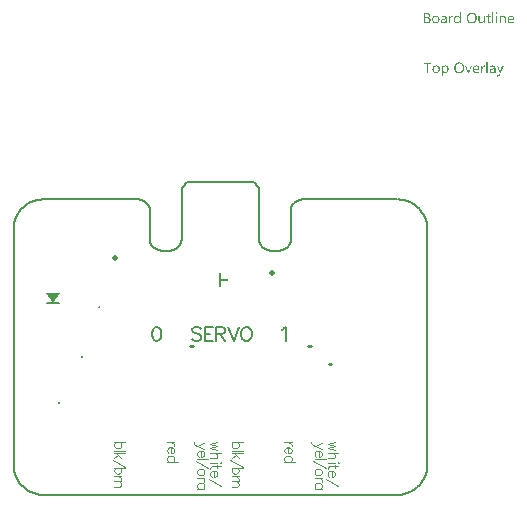
<source format=gto>
G04*
G04 #@! TF.GenerationSoftware,Altium Limited,Altium Designer,21.9.2 (33)*
G04*
G04 Layer_Color=65535*
%FSLAX42Y42*%
%MOMM*%
G71*
G04*
G04 #@! TF.SameCoordinates,C9CDC17D-2FD3-46DB-A318-01BEEBB1E299*
G04*
G04*
G04 #@! TF.FilePolarity,Positive*
G04*
G01*
G75*
%ADD10C,0.22*%
%ADD11C,0.50*%
%ADD12C,0.25*%
%ADD13C,0.15*%
%ADD14C,0.20*%
%ADD15C,0.20*%
%ADD16C,0.10*%
%ADD17C,0.16*%
G36*
X5014Y4510D02*
X5015Y4509D01*
X5015Y4509D01*
X5016Y4509D01*
X5017Y4508D01*
X5018Y4508D01*
X5018Y4508D01*
X5018Y4507D01*
X5018Y4507D01*
X5019Y4506D01*
X5019Y4506D01*
X5019Y4505D01*
X5020Y4504D01*
X5020Y4503D01*
X5020Y4503D01*
X5020Y4503D01*
X5020Y4502D01*
X5019Y4501D01*
X5019Y4501D01*
X5019Y4500D01*
X5018Y4499D01*
X5018Y4498D01*
X5018Y4498D01*
X5017Y4498D01*
X5017Y4498D01*
X5016Y4497D01*
X5016Y4497D01*
X5015Y4497D01*
X5014Y4496D01*
X5013Y4496D01*
X5013Y4496D01*
X5012Y4496D01*
X5011Y4497D01*
X5011Y4497D01*
X5010Y4497D01*
X5009Y4498D01*
X5008Y4498D01*
X5008Y4498D01*
X5008Y4499D01*
X5008Y4499D01*
X5007Y4500D01*
X5007Y4500D01*
X5007Y4501D01*
X5006Y4502D01*
X5006Y4503D01*
X5006Y4503D01*
X5006Y4503D01*
X5006Y4504D01*
X5007Y4505D01*
X5007Y4505D01*
X5007Y4506D01*
X5008Y4507D01*
X5008Y4508D01*
X5008Y4508D01*
X5009Y4508D01*
X5009Y4508D01*
X5010Y4509D01*
X5010Y4509D01*
X5011Y4509D01*
X5012Y4510D01*
X5013Y4510D01*
X5013Y4510D01*
X5014Y4510D01*
X5014Y4510D02*
G37*
G36*
X4710Y4416D02*
X4700Y4416D01*
X4700Y4427D01*
X4700Y4427D01*
X4699Y4427D01*
X4699Y4427D01*
X4699Y4426D01*
X4698Y4425D01*
X4697Y4424D01*
X4697Y4423D01*
X4695Y4422D01*
X4694Y4421D01*
X4693Y4420D01*
X4691Y4419D01*
X4689Y4418D01*
X4687Y4417D01*
X4685Y4416D01*
X4683Y4416D01*
X4680Y4415D01*
X4678Y4415D01*
X4677Y4415D01*
X4676Y4415D01*
X4676Y4415D01*
X4675Y4415D01*
X4673Y4415D01*
X4672Y4416D01*
X4671Y4416D01*
X4669Y4416D01*
X4668Y4417D01*
X4666Y4418D01*
X4664Y4419D01*
X4663Y4420D01*
X4661Y4421D01*
X4660Y4422D01*
X4658Y4424D01*
X4658Y4424D01*
X4658Y4424D01*
X4658Y4424D01*
X4657Y4425D01*
X4657Y4426D01*
X4656Y4427D01*
X4655Y4428D01*
X4655Y4430D01*
X4654Y4431D01*
X4654Y4433D01*
X4653Y4435D01*
X4652Y4437D01*
X4652Y4439D01*
X4652Y4442D01*
X4651Y4444D01*
X4651Y4447D01*
X4651Y4447D01*
X4651Y4447D01*
X4651Y4447D01*
X4651Y4447D01*
X4651Y4448D01*
X4651Y4449D01*
X4651Y4451D01*
X4652Y4452D01*
X4652Y4454D01*
X4652Y4456D01*
X4653Y4458D01*
X4653Y4460D01*
X4654Y4462D01*
X4655Y4464D01*
X4655Y4466D01*
X4657Y4468D01*
X4658Y4470D01*
X4659Y4472D01*
X4659Y4472D01*
X4660Y4473D01*
X4660Y4473D01*
X4661Y4474D01*
X4661Y4474D01*
X4662Y4475D01*
X4664Y4476D01*
X4665Y4477D01*
X4666Y4478D01*
X4668Y4479D01*
X4670Y4480D01*
X4671Y4480D01*
X4674Y4481D01*
X4676Y4481D01*
X4678Y4482D01*
X4680Y4482D01*
X4681Y4482D01*
X4682Y4482D01*
X4683Y4482D01*
X4684Y4481D01*
X4685Y4481D01*
X4686Y4481D01*
X4688Y4480D01*
X4689Y4480D01*
X4691Y4479D01*
X4692Y4478D01*
X4694Y4477D01*
X4695Y4476D01*
X4697Y4475D01*
X4698Y4473D01*
X4700Y4471D01*
X4700Y4471D01*
X4700Y4511D01*
X4710Y4511D01*
X4710Y4416D01*
X4710Y4416D02*
G37*
G36*
X5071Y4482D02*
X5072Y4482D01*
X5073Y4481D01*
X5074Y4481D01*
X5075Y4481D01*
X5076Y4481D01*
X5077Y4481D01*
X5078Y4480D01*
X5080Y4480D01*
X5081Y4479D01*
X5082Y4478D01*
X5084Y4477D01*
X5085Y4476D01*
X5086Y4475D01*
X5086Y4475D01*
X5086Y4475D01*
X5086Y4474D01*
X5087Y4474D01*
X5087Y4473D01*
X5088Y4472D01*
X5088Y4471D01*
X5089Y4470D01*
X5089Y4469D01*
X5090Y4467D01*
X5090Y4466D01*
X5091Y4464D01*
X5091Y4462D01*
X5091Y4460D01*
X5091Y4458D01*
X5091Y4455D01*
X5091Y4416D01*
X5081Y4416D01*
X5081Y4453D01*
X5081Y4453D01*
X5081Y4453D01*
X5081Y4453D01*
X5081Y4454D01*
X5081Y4454D01*
X5081Y4455D01*
X5081Y4456D01*
X5081Y4458D01*
X5080Y4459D01*
X5080Y4461D01*
X5079Y4463D01*
X5079Y4465D01*
X5078Y4467D01*
X5076Y4468D01*
X5075Y4470D01*
X5073Y4471D01*
X5072Y4472D01*
X5071Y4472D01*
X5070Y4473D01*
X5069Y4473D01*
X5068Y4473D01*
X5066Y4473D01*
X5066Y4473D01*
X5065Y4473D01*
X5065Y4473D01*
X5064Y4473D01*
X5063Y4473D01*
X5062Y4472D01*
X5061Y4472D01*
X5060Y4472D01*
X5059Y4471D01*
X5058Y4471D01*
X5057Y4470D01*
X5056Y4469D01*
X5055Y4468D01*
X5054Y4467D01*
X5054Y4467D01*
X5054Y4467D01*
X5053Y4467D01*
X5053Y4466D01*
X5053Y4466D01*
X5052Y4465D01*
X5052Y4464D01*
X5051Y4463D01*
X5051Y4462D01*
X5050Y4461D01*
X5050Y4460D01*
X5050Y4459D01*
X5049Y4457D01*
X5049Y4456D01*
X5049Y4454D01*
X5049Y4453D01*
X5049Y4416D01*
X5039Y4416D01*
X5039Y4480D01*
X5049Y4480D01*
X5049Y4470D01*
X5049Y4470D01*
X5049Y4470D01*
X5049Y4470D01*
X5050Y4471D01*
X5050Y4472D01*
X5051Y4472D01*
X5052Y4473D01*
X5053Y4475D01*
X5054Y4476D01*
X5056Y4477D01*
X5057Y4478D01*
X5059Y4479D01*
X5061Y4480D01*
X5063Y4481D01*
X5065Y4481D01*
X5067Y4482D01*
X5070Y4482D01*
X5070Y4482D01*
X5071Y4482D01*
X5071Y4482D02*
G37*
G36*
X4640Y4481D02*
X4641Y4481D01*
X4642Y4481D01*
X4643Y4481D01*
X4644Y4481D01*
X4644Y4480D01*
X4644Y4470D01*
X4644Y4470D01*
X4644Y4470D01*
X4643Y4470D01*
X4643Y4471D01*
X4641Y4471D01*
X4640Y4472D01*
X4639Y4472D01*
X4637Y4472D01*
X4636Y4472D01*
X4636Y4472D01*
X4635Y4472D01*
X4634Y4472D01*
X4633Y4471D01*
X4632Y4471D01*
X4631Y4470D01*
X4630Y4470D01*
X4629Y4469D01*
X4628Y4469D01*
X4628Y4468D01*
X4627Y4467D01*
X4626Y4466D01*
X4626Y4466D01*
X4626Y4465D01*
X4625Y4465D01*
X4625Y4465D01*
X4625Y4464D01*
X4624Y4463D01*
X4624Y4462D01*
X4624Y4461D01*
X4623Y4460D01*
X4623Y4459D01*
X4622Y4458D01*
X4622Y4456D01*
X4622Y4454D01*
X4622Y4453D01*
X4621Y4451D01*
X4621Y4449D01*
X4621Y4416D01*
X4611Y4416D01*
X4611Y4480D01*
X4621Y4480D01*
X4621Y4467D01*
X4622Y4467D01*
X4622Y4467D01*
X4622Y4467D01*
X4622Y4468D01*
X4622Y4468D01*
X4622Y4469D01*
X4623Y4469D01*
X4623Y4471D01*
X4624Y4473D01*
X4625Y4474D01*
X4627Y4476D01*
X4628Y4478D01*
X4628Y4478D01*
X4629Y4478D01*
X4629Y4478D01*
X4629Y4478D01*
X4629Y4478D01*
X4630Y4479D01*
X4631Y4479D01*
X4633Y4480D01*
X4634Y4481D01*
X4636Y4481D01*
X4637Y4481D01*
X4638Y4481D01*
X4639Y4481D01*
X4640Y4481D01*
X4640Y4481D02*
G37*
G36*
X4913Y4416D02*
X4903Y4416D01*
X4903Y4427D01*
X4903Y4427D01*
X4903Y4426D01*
X4902Y4426D01*
X4902Y4425D01*
X4902Y4425D01*
X4901Y4424D01*
X4900Y4423D01*
X4899Y4422D01*
X4898Y4421D01*
X4897Y4420D01*
X4895Y4419D01*
X4894Y4418D01*
X4892Y4417D01*
X4890Y4416D01*
X4888Y4415D01*
X4885Y4415D01*
X4883Y4415D01*
X4882Y4415D01*
X4882Y4415D01*
X4882Y4415D01*
X4881Y4415D01*
X4880Y4415D01*
X4879Y4415D01*
X4878Y4416D01*
X4876Y4416D01*
X4874Y4417D01*
X4873Y4418D01*
X4872Y4418D01*
X4871Y4419D01*
X4870Y4420D01*
X4868Y4421D01*
X4867Y4422D01*
X4866Y4423D01*
X4865Y4424D01*
X4865Y4425D01*
X4864Y4426D01*
X4863Y4428D01*
X4862Y4430D01*
X4862Y4431D01*
X4861Y4433D01*
X4861Y4435D01*
X4860Y4437D01*
X4860Y4440D01*
X4860Y4442D01*
X4860Y4480D01*
X4870Y4480D01*
X4870Y4444D01*
X4870Y4444D01*
X4870Y4443D01*
X4870Y4443D01*
X4870Y4443D01*
X4870Y4442D01*
X4870Y4442D01*
X4871Y4441D01*
X4871Y4439D01*
X4871Y4437D01*
X4872Y4435D01*
X4872Y4434D01*
X4873Y4432D01*
X4874Y4430D01*
X4875Y4428D01*
X4877Y4427D01*
X4879Y4425D01*
X4880Y4425D01*
X4881Y4424D01*
X4882Y4424D01*
X4883Y4424D01*
X4884Y4424D01*
X4886Y4424D01*
X4887Y4424D01*
X4887Y4424D01*
X4888Y4424D01*
X4888Y4424D01*
X4889Y4424D01*
X4890Y4424D01*
X4891Y4424D01*
X4892Y4425D01*
X4893Y4425D01*
X4894Y4426D01*
X4895Y4427D01*
X4896Y4427D01*
X4897Y4428D01*
X4898Y4429D01*
X4898Y4429D01*
X4898Y4429D01*
X4899Y4430D01*
X4899Y4430D01*
X4899Y4431D01*
X4900Y4431D01*
X4900Y4432D01*
X4901Y4433D01*
X4901Y4434D01*
X4901Y4435D01*
X4902Y4436D01*
X4902Y4437D01*
X4902Y4439D01*
X4903Y4440D01*
X4903Y4442D01*
X4903Y4443D01*
X4903Y4480D01*
X4913Y4480D01*
X4913Y4416D01*
X4913Y4416D02*
G37*
G36*
X5018Y4416D02*
X5008Y4416D01*
X5008Y4480D01*
X5018Y4480D01*
X5018Y4416D01*
X5018Y4416D02*
G37*
G36*
X4987Y4416D02*
X4977Y4416D01*
X4977Y4511D01*
X4987Y4511D01*
X4987Y4416D01*
X4987Y4416D02*
G37*
G36*
X4570Y4482D02*
X4571Y4482D01*
X4572Y4482D01*
X4572Y4481D01*
X4573Y4481D01*
X4575Y4481D01*
X4577Y4480D01*
X4579Y4480D01*
X4581Y4479D01*
X4583Y4477D01*
X4584Y4477D01*
X4585Y4476D01*
X4586Y4475D01*
X4587Y4474D01*
X4588Y4473D01*
X4588Y4472D01*
X4589Y4470D01*
X4590Y4469D01*
X4590Y4467D01*
X4591Y4466D01*
X4591Y4464D01*
X4592Y4462D01*
X4592Y4460D01*
X4592Y4458D01*
X4592Y4416D01*
X4582Y4416D01*
X4582Y4426D01*
X4582Y4426D01*
X4581Y4426D01*
X4581Y4426D01*
X4581Y4425D01*
X4580Y4425D01*
X4580Y4424D01*
X4579Y4423D01*
X4578Y4422D01*
X4577Y4421D01*
X4575Y4420D01*
X4574Y4419D01*
X4572Y4418D01*
X4570Y4417D01*
X4569Y4416D01*
X4566Y4415D01*
X4564Y4415D01*
X4562Y4415D01*
X4561Y4415D01*
X4560Y4415D01*
X4560Y4415D01*
X4559Y4415D01*
X4558Y4415D01*
X4557Y4416D01*
X4554Y4416D01*
X4553Y4417D01*
X4552Y4417D01*
X4550Y4418D01*
X4549Y4418D01*
X4548Y4419D01*
X4547Y4420D01*
X4547Y4420D01*
X4547Y4420D01*
X4547Y4421D01*
X4546Y4421D01*
X4546Y4421D01*
X4545Y4422D01*
X4545Y4423D01*
X4544Y4424D01*
X4544Y4424D01*
X4543Y4426D01*
X4543Y4427D01*
X4543Y4428D01*
X4542Y4429D01*
X4542Y4430D01*
X4542Y4432D01*
X4542Y4433D01*
X4542Y4433D01*
X4542Y4434D01*
X4542Y4434D01*
X4542Y4434D01*
X4542Y4435D01*
X4542Y4435D01*
X4542Y4436D01*
X4542Y4438D01*
X4543Y4439D01*
X4543Y4441D01*
X4544Y4443D01*
X4545Y4445D01*
X4547Y4446D01*
X4548Y4447D01*
X4548Y4448D01*
X4550Y4449D01*
X4551Y4450D01*
X4552Y4450D01*
X4553Y4451D01*
X4554Y4452D01*
X4556Y4452D01*
X4557Y4453D01*
X4559Y4453D01*
X4561Y4454D01*
X4563Y4454D01*
X4582Y4457D01*
X4582Y4457D01*
X4582Y4457D01*
X4582Y4457D01*
X4582Y4458D01*
X4582Y4458D01*
X4582Y4459D01*
X4581Y4461D01*
X4581Y4462D01*
X4581Y4463D01*
X4580Y4465D01*
X4579Y4466D01*
X4579Y4468D01*
X4578Y4469D01*
X4576Y4471D01*
X4575Y4472D01*
X4573Y4472D01*
X4572Y4473D01*
X4571Y4473D01*
X4570Y4473D01*
X4569Y4473D01*
X4568Y4473D01*
X4568Y4473D01*
X4567Y4473D01*
X4566Y4473D01*
X4565Y4473D01*
X4563Y4472D01*
X4562Y4472D01*
X4560Y4472D01*
X4559Y4471D01*
X4557Y4471D01*
X4555Y4470D01*
X4553Y4469D01*
X4551Y4468D01*
X4550Y4467D01*
X4548Y4465D01*
X4548Y4476D01*
X4548Y4476D01*
X4548Y4476D01*
X4549Y4476D01*
X4550Y4477D01*
X4550Y4477D01*
X4551Y4478D01*
X4553Y4478D01*
X4554Y4479D01*
X4556Y4479D01*
X4557Y4480D01*
X4559Y4480D01*
X4561Y4481D01*
X4563Y4481D01*
X4565Y4481D01*
X4567Y4482D01*
X4570Y4482D01*
X4570Y4482D01*
X4570Y4482D01*
X4570Y4482D02*
G37*
G36*
X4427Y4506D02*
X4428Y4506D01*
X4429Y4505D01*
X4431Y4505D01*
X4432Y4505D01*
X4433Y4505D01*
X4435Y4504D01*
X4436Y4504D01*
X4438Y4503D01*
X4440Y4503D01*
X4441Y4502D01*
X4442Y4501D01*
X4444Y4500D01*
X4444Y4500D01*
X4444Y4500D01*
X4444Y4499D01*
X4445Y4499D01*
X4445Y4498D01*
X4446Y4498D01*
X4446Y4497D01*
X4447Y4496D01*
X4448Y4495D01*
X4448Y4494D01*
X4449Y4493D01*
X4449Y4491D01*
X4450Y4490D01*
X4450Y4489D01*
X4450Y4487D01*
X4450Y4485D01*
X4450Y4485D01*
X4450Y4485D01*
X4450Y4485D01*
X4450Y4484D01*
X4450Y4483D01*
X4450Y4483D01*
X4450Y4482D01*
X4450Y4481D01*
X4449Y4479D01*
X4449Y4477D01*
X4448Y4475D01*
X4448Y4474D01*
X4447Y4473D01*
X4446Y4472D01*
X4446Y4472D01*
X4446Y4472D01*
X4446Y4472D01*
X4446Y4471D01*
X4445Y4471D01*
X4445Y4470D01*
X4444Y4470D01*
X4443Y4469D01*
X4443Y4468D01*
X4442Y4468D01*
X4441Y4467D01*
X4440Y4466D01*
X4439Y4466D01*
X4438Y4465D01*
X4435Y4464D01*
X4435Y4464D01*
X4435Y4464D01*
X4435Y4464D01*
X4436Y4464D01*
X4437Y4464D01*
X4437Y4464D01*
X4438Y4463D01*
X4439Y4463D01*
X4440Y4463D01*
X4443Y4462D01*
X4444Y4461D01*
X4445Y4461D01*
X4446Y4460D01*
X4447Y4459D01*
X4449Y4458D01*
X4450Y4457D01*
X4450Y4457D01*
X4450Y4457D01*
X4450Y4457D01*
X4450Y4456D01*
X4451Y4455D01*
X4451Y4455D01*
X4452Y4454D01*
X4452Y4453D01*
X4453Y4452D01*
X4453Y4451D01*
X4454Y4450D01*
X4454Y4448D01*
X4454Y4447D01*
X4455Y4445D01*
X4455Y4444D01*
X4455Y4442D01*
X4455Y4442D01*
X4455Y4442D01*
X4455Y4441D01*
X4455Y4440D01*
X4455Y4439D01*
X4454Y4438D01*
X4454Y4437D01*
X4454Y4435D01*
X4453Y4434D01*
X4453Y4433D01*
X4452Y4431D01*
X4451Y4429D01*
X4451Y4428D01*
X4449Y4426D01*
X4448Y4425D01*
X4447Y4424D01*
X4447Y4423D01*
X4446Y4423D01*
X4446Y4423D01*
X4445Y4422D01*
X4444Y4422D01*
X4443Y4421D01*
X4442Y4421D01*
X4441Y4420D01*
X4440Y4419D01*
X4438Y4419D01*
X4436Y4418D01*
X4434Y4418D01*
X4432Y4417D01*
X4430Y4417D01*
X4428Y4417D01*
X4426Y4416D01*
X4400Y4416D01*
X4400Y4506D01*
X4426Y4506D01*
X4427Y4506D01*
X4427Y4506D02*
G37*
G36*
X4947Y4480D02*
X4963Y4480D01*
X4963Y4471D01*
X4947Y4471D01*
X4947Y4436D01*
X4947Y4435D01*
X4947Y4435D01*
X4947Y4435D01*
X4947Y4435D01*
X4947Y4434D01*
X4947Y4433D01*
X4948Y4432D01*
X4948Y4430D01*
X4948Y4429D01*
X4949Y4428D01*
X4949Y4427D01*
X4949Y4426D01*
X4949Y4426D01*
X4950Y4426D01*
X4950Y4426D01*
X4951Y4425D01*
X4952Y4424D01*
X4953Y4424D01*
X4955Y4424D01*
X4957Y4424D01*
X4957Y4424D01*
X4958Y4424D01*
X4959Y4424D01*
X4960Y4424D01*
X4961Y4424D01*
X4962Y4425D01*
X4963Y4426D01*
X4963Y4417D01*
X4963Y4417D01*
X4963Y4417D01*
X4963Y4417D01*
X4963Y4417D01*
X4962Y4416D01*
X4961Y4416D01*
X4959Y4416D01*
X4958Y4415D01*
X4956Y4415D01*
X4954Y4415D01*
X4953Y4415D01*
X4952Y4415D01*
X4951Y4415D01*
X4950Y4416D01*
X4948Y4416D01*
X4947Y4417D01*
X4945Y4418D01*
X4944Y4418D01*
X4942Y4420D01*
X4941Y4421D01*
X4940Y4422D01*
X4940Y4423D01*
X4939Y4424D01*
X4939Y4425D01*
X4938Y4426D01*
X4938Y4428D01*
X4937Y4429D01*
X4937Y4430D01*
X4937Y4432D01*
X4937Y4434D01*
X4937Y4471D01*
X4926Y4471D01*
X4926Y4480D01*
X4937Y4480D01*
X4937Y4496D01*
X4947Y4499D01*
X4947Y4480D01*
X4947Y4480D02*
G37*
G36*
X5137Y4482D02*
X5138Y4482D01*
X5139Y4481D01*
X5140Y4481D01*
X5141Y4481D01*
X5143Y4481D01*
X5144Y4480D01*
X5146Y4480D01*
X5147Y4479D01*
X5149Y4478D01*
X5151Y4477D01*
X5152Y4476D01*
X5154Y4475D01*
X5155Y4474D01*
X5155Y4473D01*
X5155Y4473D01*
X5156Y4473D01*
X5156Y4472D01*
X5157Y4471D01*
X5157Y4470D01*
X5158Y4469D01*
X5158Y4468D01*
X5159Y4466D01*
X5160Y4465D01*
X5160Y4463D01*
X5161Y4461D01*
X5161Y4458D01*
X5162Y4456D01*
X5162Y4454D01*
X5162Y4451D01*
X5162Y4446D01*
X5117Y4446D01*
X5117Y4446D01*
X5117Y4445D01*
X5117Y4445D01*
X5117Y4444D01*
X5117Y4443D01*
X5117Y4442D01*
X5117Y4441D01*
X5118Y4440D01*
X5118Y4437D01*
X5119Y4436D01*
X5119Y4434D01*
X5120Y4433D01*
X5121Y4432D01*
X5122Y4430D01*
X5123Y4429D01*
X5123Y4429D01*
X5123Y4429D01*
X5123Y4429D01*
X5124Y4428D01*
X5124Y4428D01*
X5125Y4427D01*
X5126Y4427D01*
X5127Y4426D01*
X5128Y4426D01*
X5129Y4425D01*
X5130Y4425D01*
X5131Y4424D01*
X5133Y4424D01*
X5134Y4424D01*
X5136Y4424D01*
X5138Y4424D01*
X5138Y4424D01*
X5139Y4424D01*
X5139Y4424D01*
X5140Y4424D01*
X5142Y4424D01*
X5143Y4424D01*
X5144Y4424D01*
X5146Y4425D01*
X5147Y4425D01*
X5149Y4426D01*
X5151Y4427D01*
X5152Y4427D01*
X5154Y4428D01*
X5156Y4429D01*
X5157Y4431D01*
X5157Y4421D01*
X5157Y4421D01*
X5157Y4421D01*
X5157Y4420D01*
X5156Y4420D01*
X5155Y4420D01*
X5154Y4419D01*
X5153Y4419D01*
X5152Y4418D01*
X5150Y4417D01*
X5148Y4417D01*
X5147Y4416D01*
X5145Y4416D01*
X5142Y4416D01*
X5140Y4415D01*
X5138Y4415D01*
X5135Y4415D01*
X5135Y4415D01*
X5134Y4415D01*
X5133Y4415D01*
X5132Y4415D01*
X5131Y4415D01*
X5129Y4416D01*
X5128Y4416D01*
X5126Y4417D01*
X5124Y4417D01*
X5122Y4418D01*
X5121Y4419D01*
X5119Y4420D01*
X5117Y4421D01*
X5116Y4422D01*
X5114Y4424D01*
X5114Y4424D01*
X5114Y4424D01*
X5113Y4425D01*
X5113Y4425D01*
X5112Y4426D01*
X5112Y4427D01*
X5111Y4428D01*
X5110Y4430D01*
X5110Y4432D01*
X5109Y4433D01*
X5108Y4435D01*
X5108Y4438D01*
X5107Y4440D01*
X5107Y4442D01*
X5106Y4445D01*
X5106Y4448D01*
X5106Y4448D01*
X5106Y4448D01*
X5106Y4448D01*
X5106Y4449D01*
X5106Y4449D01*
X5107Y4451D01*
X5107Y4452D01*
X5107Y4453D01*
X5107Y4455D01*
X5107Y4457D01*
X5108Y4459D01*
X5108Y4461D01*
X5109Y4463D01*
X5110Y4465D01*
X5111Y4467D01*
X5112Y4469D01*
X5113Y4470D01*
X5115Y4472D01*
X5115Y4472D01*
X5115Y4473D01*
X5116Y4473D01*
X5116Y4474D01*
X5117Y4474D01*
X5118Y4475D01*
X5119Y4476D01*
X5121Y4477D01*
X5122Y4478D01*
X5124Y4479D01*
X5125Y4480D01*
X5127Y4480D01*
X5129Y4481D01*
X5131Y4481D01*
X5133Y4482D01*
X5136Y4482D01*
X5136Y4482D01*
X5137Y4482D01*
X5137Y4482D02*
G37*
G36*
X4806Y4507D02*
X4806Y4507D01*
X4807Y4507D01*
X4807Y4507D01*
X4809Y4507D01*
X4811Y4507D01*
X4813Y4506D01*
X4815Y4506D01*
X4817Y4505D01*
X4820Y4504D01*
X4822Y4503D01*
X4825Y4502D01*
X4827Y4501D01*
X4830Y4499D01*
X4832Y4497D01*
X4834Y4495D01*
X4834Y4495D01*
X4835Y4494D01*
X4835Y4493D01*
X4836Y4492D01*
X4837Y4491D01*
X4838Y4490D01*
X4839Y4488D01*
X4840Y4486D01*
X4841Y4484D01*
X4842Y4481D01*
X4843Y4479D01*
X4844Y4476D01*
X4844Y4473D01*
X4845Y4469D01*
X4845Y4466D01*
X4845Y4462D01*
X4845Y4462D01*
X4845Y4462D01*
X4845Y4462D01*
X4845Y4461D01*
X4845Y4461D01*
X4845Y4460D01*
X4845Y4459D01*
X4845Y4459D01*
X4845Y4458D01*
X4845Y4457D01*
X4845Y4455D01*
X4844Y4452D01*
X4844Y4450D01*
X4843Y4447D01*
X4843Y4444D01*
X4842Y4441D01*
X4841Y4438D01*
X4839Y4436D01*
X4838Y4433D01*
X4836Y4430D01*
X4834Y4428D01*
X4834Y4427D01*
X4833Y4427D01*
X4833Y4426D01*
X4832Y4426D01*
X4830Y4425D01*
X4829Y4424D01*
X4828Y4423D01*
X4826Y4421D01*
X4824Y4420D01*
X4821Y4419D01*
X4819Y4418D01*
X4816Y4417D01*
X4813Y4416D01*
X4810Y4416D01*
X4806Y4415D01*
X4803Y4415D01*
X4802Y4415D01*
X4802Y4415D01*
X4801Y4415D01*
X4800Y4415D01*
X4800Y4415D01*
X4798Y4415D01*
X4796Y4416D01*
X4794Y4416D01*
X4792Y4417D01*
X4790Y4417D01*
X4787Y4418D01*
X4785Y4419D01*
X4782Y4420D01*
X4779Y4422D01*
X4777Y4423D01*
X4775Y4425D01*
X4772Y4427D01*
X4772Y4428D01*
X4772Y4428D01*
X4771Y4429D01*
X4771Y4430D01*
X4770Y4431D01*
X4769Y4433D01*
X4768Y4434D01*
X4767Y4436D01*
X4766Y4438D01*
X4765Y4441D01*
X4764Y4444D01*
X4763Y4446D01*
X4762Y4450D01*
X4762Y4453D01*
X4761Y4456D01*
X4761Y4460D01*
X4761Y4460D01*
X4761Y4460D01*
X4761Y4461D01*
X4761Y4461D01*
X4761Y4462D01*
X4761Y4462D01*
X4761Y4463D01*
X4761Y4464D01*
X4761Y4464D01*
X4761Y4465D01*
X4762Y4468D01*
X4762Y4470D01*
X4763Y4472D01*
X4763Y4475D01*
X4764Y4478D01*
X4765Y4481D01*
X4766Y4484D01*
X4767Y4486D01*
X4769Y4489D01*
X4771Y4492D01*
X4773Y4494D01*
X4773Y4495D01*
X4773Y4495D01*
X4774Y4496D01*
X4775Y4496D01*
X4776Y4497D01*
X4777Y4498D01*
X4779Y4500D01*
X4781Y4501D01*
X4783Y4502D01*
X4786Y4503D01*
X4788Y4504D01*
X4791Y4505D01*
X4794Y4506D01*
X4797Y4507D01*
X4801Y4507D01*
X4804Y4507D01*
X4805Y4507D01*
X4806Y4507D01*
X4806Y4507D02*
G37*
G36*
X4501Y4482D02*
X4502Y4482D01*
X4503Y4481D01*
X4505Y4481D01*
X4506Y4481D01*
X4508Y4481D01*
X4510Y4480D01*
X4512Y4480D01*
X4513Y4479D01*
X4515Y4478D01*
X4517Y4477D01*
X4519Y4476D01*
X4520Y4474D01*
X4522Y4473D01*
X4522Y4473D01*
X4522Y4473D01*
X4523Y4472D01*
X4523Y4471D01*
X4524Y4470D01*
X4525Y4469D01*
X4525Y4468D01*
X4526Y4467D01*
X4527Y4465D01*
X4528Y4463D01*
X4528Y4461D01*
X4529Y4459D01*
X4529Y4457D01*
X4530Y4454D01*
X4530Y4451D01*
X4530Y4449D01*
X4530Y4449D01*
X4530Y4448D01*
X4530Y4448D01*
X4530Y4448D01*
X4530Y4447D01*
X4530Y4446D01*
X4530Y4445D01*
X4530Y4443D01*
X4529Y4442D01*
X4529Y4440D01*
X4528Y4438D01*
X4528Y4436D01*
X4527Y4434D01*
X4526Y4432D01*
X4525Y4430D01*
X4524Y4428D01*
X4523Y4426D01*
X4521Y4424D01*
X4521Y4424D01*
X4521Y4424D01*
X4521Y4423D01*
X4520Y4423D01*
X4519Y4422D01*
X4518Y4421D01*
X4517Y4420D01*
X4515Y4420D01*
X4514Y4419D01*
X4512Y4418D01*
X4510Y4417D01*
X4508Y4416D01*
X4506Y4416D01*
X4503Y4415D01*
X4501Y4415D01*
X4498Y4415D01*
X4498Y4415D01*
X4497Y4415D01*
X4496Y4415D01*
X4495Y4415D01*
X4493Y4415D01*
X4492Y4416D01*
X4490Y4416D01*
X4488Y4417D01*
X4487Y4417D01*
X4485Y4418D01*
X4483Y4419D01*
X4481Y4420D01*
X4479Y4421D01*
X4477Y4422D01*
X4476Y4424D01*
X4476Y4424D01*
X4475Y4424D01*
X4475Y4425D01*
X4474Y4426D01*
X4474Y4426D01*
X4473Y4427D01*
X4472Y4429D01*
X4472Y4430D01*
X4471Y4432D01*
X4470Y4434D01*
X4469Y4436D01*
X4469Y4438D01*
X4468Y4440D01*
X4468Y4442D01*
X4467Y4445D01*
X4467Y4448D01*
X4467Y4448D01*
X4467Y4448D01*
X4467Y4448D01*
X4467Y4448D01*
X4467Y4449D01*
X4467Y4450D01*
X4468Y4452D01*
X4468Y4453D01*
X4468Y4455D01*
X4468Y4457D01*
X4469Y4459D01*
X4469Y4461D01*
X4470Y4463D01*
X4471Y4465D01*
X4472Y4467D01*
X4473Y4469D01*
X4474Y4471D01*
X4476Y4473D01*
X4476Y4473D01*
X4476Y4473D01*
X4477Y4474D01*
X4478Y4474D01*
X4479Y4475D01*
X4480Y4476D01*
X4481Y4476D01*
X4482Y4477D01*
X4484Y4478D01*
X4486Y4479D01*
X4488Y4480D01*
X4490Y4480D01*
X4492Y4481D01*
X4494Y4481D01*
X4497Y4482D01*
X4500Y4482D01*
X4500Y4482D01*
X4501Y4482D01*
X4501Y4482D02*
G37*
G36*
X4583Y4060D02*
X4584Y4060D01*
X4585Y4060D01*
X4586Y4060D01*
X4587Y4059D01*
X4589Y4059D01*
X4590Y4059D01*
X4592Y4058D01*
X4593Y4057D01*
X4595Y4057D01*
X4597Y4056D01*
X4598Y4054D01*
X4600Y4053D01*
X4601Y4052D01*
X4601Y4051D01*
X4601Y4051D01*
X4602Y4051D01*
X4602Y4050D01*
X4603Y4049D01*
X4603Y4048D01*
X4604Y4047D01*
X4604Y4046D01*
X4605Y4044D01*
X4606Y4042D01*
X4606Y4040D01*
X4607Y4038D01*
X4607Y4036D01*
X4608Y4034D01*
X4608Y4031D01*
X4608Y4029D01*
X4608Y4029D01*
X4608Y4028D01*
X4608Y4028D01*
X4608Y4028D01*
X4608Y4027D01*
X4608Y4026D01*
X4608Y4025D01*
X4608Y4023D01*
X4607Y4021D01*
X4607Y4019D01*
X4606Y4018D01*
X4606Y4015D01*
X4605Y4013D01*
X4605Y4011D01*
X4604Y4009D01*
X4603Y4007D01*
X4601Y4005D01*
X4600Y4003D01*
X4600Y4003D01*
X4600Y4003D01*
X4599Y4002D01*
X4599Y4002D01*
X4598Y4001D01*
X4597Y4000D01*
X4596Y3999D01*
X4595Y3998D01*
X4593Y3997D01*
X4592Y3997D01*
X4590Y3996D01*
X4588Y3995D01*
X4586Y3994D01*
X4584Y3994D01*
X4581Y3994D01*
X4579Y3993D01*
X4578Y3993D01*
X4578Y3994D01*
X4577Y3994D01*
X4576Y3994D01*
X4575Y3994D01*
X4573Y3994D01*
X4572Y3995D01*
X4570Y3995D01*
X4569Y3996D01*
X4567Y3997D01*
X4566Y3998D01*
X4564Y3999D01*
X4562Y4001D01*
X4561Y4002D01*
X4560Y4004D01*
X4559Y4004D01*
X4559Y3966D01*
X4549Y3966D01*
X4549Y4059D01*
X4559Y4059D01*
X4559Y4047D01*
X4560Y4047D01*
X4560Y4048D01*
X4560Y4048D01*
X4561Y4049D01*
X4561Y4049D01*
X4562Y4050D01*
X4563Y4051D01*
X4564Y4053D01*
X4565Y4054D01*
X4567Y4055D01*
X4568Y4056D01*
X4570Y4057D01*
X4572Y4058D01*
X4574Y4059D01*
X4577Y4060D01*
X4579Y4060D01*
X4582Y4060D01*
X4582Y4060D01*
X4583Y4060D01*
X4583Y4060D02*
G37*
G36*
X4911Y4060D02*
X4912Y4060D01*
X4913Y4060D01*
X4914Y4059D01*
X4915Y4059D01*
X4916Y4059D01*
X4916Y4048D01*
X4916Y4048D01*
X4916Y4049D01*
X4915Y4049D01*
X4914Y4049D01*
X4913Y4050D01*
X4912Y4050D01*
X4910Y4050D01*
X4908Y4050D01*
X4908Y4050D01*
X4907Y4050D01*
X4907Y4050D01*
X4906Y4050D01*
X4905Y4050D01*
X4904Y4049D01*
X4903Y4049D01*
X4902Y4048D01*
X4901Y4048D01*
X4900Y4047D01*
X4899Y4046D01*
X4898Y4045D01*
X4898Y4044D01*
X4897Y4044D01*
X4897Y4044D01*
X4897Y4044D01*
X4897Y4043D01*
X4897Y4042D01*
X4896Y4042D01*
X4896Y4041D01*
X4895Y4040D01*
X4895Y4039D01*
X4895Y4037D01*
X4894Y4036D01*
X4894Y4035D01*
X4894Y4033D01*
X4893Y4031D01*
X4893Y4029D01*
X4893Y4027D01*
X4893Y3995D01*
X4883Y3995D01*
X4883Y4059D01*
X4893Y4059D01*
X4893Y4046D01*
X4893Y4046D01*
X4893Y4046D01*
X4893Y4046D01*
X4894Y4046D01*
X4894Y4047D01*
X4894Y4047D01*
X4894Y4048D01*
X4895Y4049D01*
X4896Y4051D01*
X4897Y4053D01*
X4898Y4054D01*
X4900Y4056D01*
X4900Y4056D01*
X4900Y4056D01*
X4901Y4056D01*
X4901Y4057D01*
X4901Y4057D01*
X4902Y4057D01*
X4903Y4058D01*
X4904Y4059D01*
X4906Y4059D01*
X4908Y4060D01*
X4909Y4060D01*
X4910Y4060D01*
X4911Y4060D01*
X4911Y4060D01*
X4911Y4060D02*
G37*
G36*
X5044Y3985D02*
X5044Y3985D01*
X5044Y3985D01*
X5044Y3984D01*
X5044Y3984D01*
X5044Y3983D01*
X5044Y3983D01*
X5043Y3982D01*
X5042Y3980D01*
X5041Y3978D01*
X5040Y3977D01*
X5039Y3975D01*
X5037Y3973D01*
X5036Y3971D01*
X5034Y3970D01*
X5032Y3968D01*
X5030Y3967D01*
X5029Y3966D01*
X5027Y3966D01*
X5026Y3965D01*
X5025Y3965D01*
X5024Y3965D01*
X5022Y3965D01*
X5022Y3965D01*
X5021Y3965D01*
X5020Y3965D01*
X5019Y3965D01*
X5018Y3965D01*
X5017Y3966D01*
X5016Y3966D01*
X5016Y3975D01*
X5016Y3975D01*
X5016Y3975D01*
X5017Y3975D01*
X5018Y3974D01*
X5019Y3974D01*
X5020Y3974D01*
X5021Y3974D01*
X5022Y3974D01*
X5022Y3974D01*
X5022Y3974D01*
X5023Y3974D01*
X5024Y3974D01*
X5024Y3974D01*
X5025Y3975D01*
X5026Y3975D01*
X5027Y3976D01*
X5028Y3976D01*
X5029Y3977D01*
X5030Y3978D01*
X5031Y3979D01*
X5032Y3980D01*
X5033Y3981D01*
X5033Y3983D01*
X5038Y3995D01*
X5014Y4059D01*
X5025Y4059D01*
X5042Y4010D01*
X5042Y4010D01*
X5042Y4009D01*
X5042Y4009D01*
X5042Y4009D01*
X5043Y4008D01*
X5043Y4007D01*
X5043Y4006D01*
X5043Y4005D01*
X5044Y4005D01*
X5044Y4005D01*
X5044Y4005D01*
X5044Y4005D01*
X5044Y4006D01*
X5044Y4007D01*
X5044Y4007D01*
X5045Y4008D01*
X5045Y4010D01*
X5063Y4059D01*
X5074Y4059D01*
X5044Y3985D01*
X5044Y3985D02*
G37*
G36*
X4780Y3995D02*
X4770Y3995D01*
X4746Y4059D01*
X4757Y4059D01*
X4773Y4012D01*
X4773Y4012D01*
X4773Y4012D01*
X4773Y4012D01*
X4774Y4012D01*
X4774Y4011D01*
X4774Y4011D01*
X4774Y4009D01*
X4775Y4008D01*
X4775Y4007D01*
X4775Y4005D01*
X4775Y4003D01*
X4776Y4003D01*
X4776Y4004D01*
X4776Y4004D01*
X4776Y4004D01*
X4776Y4004D01*
X4776Y4005D01*
X4776Y4005D01*
X4776Y4006D01*
X4776Y4008D01*
X4777Y4009D01*
X4777Y4011D01*
X4778Y4012D01*
X4795Y4059D01*
X4805Y4059D01*
X4780Y3995D01*
X4780Y3995D02*
G37*
G36*
X4982Y4060D02*
X4983Y4060D01*
X4983Y4060D01*
X4984Y4060D01*
X4985Y4060D01*
X4986Y4059D01*
X4988Y4059D01*
X4990Y4058D01*
X4992Y4057D01*
X4995Y4056D01*
X4996Y4055D01*
X4997Y4054D01*
X4998Y4053D01*
X4999Y4053D01*
X4999Y4051D01*
X5000Y4050D01*
X5001Y4049D01*
X5002Y4047D01*
X5002Y4046D01*
X5003Y4044D01*
X5003Y4043D01*
X5003Y4041D01*
X5004Y4039D01*
X5004Y4036D01*
X5004Y3995D01*
X4994Y3995D01*
X4994Y4005D01*
X4993Y4005D01*
X4993Y4005D01*
X4993Y4004D01*
X4993Y4004D01*
X4992Y4003D01*
X4991Y4002D01*
X4990Y4001D01*
X4990Y4000D01*
X4988Y3999D01*
X4987Y3998D01*
X4986Y3997D01*
X4984Y3996D01*
X4982Y3995D01*
X4980Y3995D01*
X4978Y3994D01*
X4976Y3994D01*
X4974Y3993D01*
X4973Y3993D01*
X4972Y3994D01*
X4971Y3994D01*
X4970Y3994D01*
X4969Y3994D01*
X4968Y3994D01*
X4966Y3995D01*
X4965Y3995D01*
X4963Y3996D01*
X4962Y3996D01*
X4961Y3997D01*
X4960Y3998D01*
X4959Y3999D01*
X4959Y3999D01*
X4959Y3999D01*
X4958Y3999D01*
X4958Y3999D01*
X4957Y4000D01*
X4957Y4001D01*
X4957Y4001D01*
X4956Y4002D01*
X4956Y4003D01*
X4955Y4004D01*
X4955Y4005D01*
X4954Y4006D01*
X4954Y4008D01*
X4954Y4009D01*
X4953Y4010D01*
X4953Y4012D01*
X4953Y4012D01*
X4953Y4012D01*
X4953Y4012D01*
X4953Y4013D01*
X4953Y4013D01*
X4954Y4014D01*
X4954Y4015D01*
X4954Y4016D01*
X4955Y4018D01*
X4955Y4019D01*
X4956Y4021D01*
X4957Y4023D01*
X4959Y4025D01*
X4959Y4026D01*
X4960Y4027D01*
X4961Y4027D01*
X4962Y4028D01*
X4963Y4029D01*
X4965Y4030D01*
X4966Y4030D01*
X4968Y4031D01*
X4969Y4031D01*
X4971Y4032D01*
X4973Y4032D01*
X4974Y4033D01*
X4994Y4035D01*
X4994Y4035D01*
X4994Y4035D01*
X4994Y4036D01*
X4994Y4036D01*
X4993Y4037D01*
X4993Y4038D01*
X4993Y4039D01*
X4993Y4041D01*
X4992Y4042D01*
X4992Y4043D01*
X4991Y4045D01*
X4990Y4046D01*
X4989Y4048D01*
X4988Y4049D01*
X4986Y4050D01*
X4985Y4051D01*
X4984Y4051D01*
X4983Y4051D01*
X4982Y4051D01*
X4980Y4052D01*
X4980Y4052D01*
X4979Y4051D01*
X4978Y4051D01*
X4977Y4051D01*
X4976Y4051D01*
X4975Y4051D01*
X4973Y4051D01*
X4972Y4050D01*
X4970Y4050D01*
X4969Y4049D01*
X4967Y4048D01*
X4965Y4047D01*
X4963Y4046D01*
X4961Y4045D01*
X4960Y4044D01*
X4960Y4054D01*
X4960Y4054D01*
X4960Y4054D01*
X4961Y4055D01*
X4961Y4055D01*
X4962Y4056D01*
X4963Y4056D01*
X4964Y4057D01*
X4966Y4057D01*
X4967Y4058D01*
X4969Y4058D01*
X4971Y4059D01*
X4973Y4059D01*
X4975Y4060D01*
X4977Y4060D01*
X4979Y4060D01*
X4981Y4060D01*
X4982Y4060D01*
X4982Y4060D01*
X4982Y4060D02*
G37*
G36*
X4937Y3995D02*
X4927Y3995D01*
X4927Y4089D01*
X4937Y4089D01*
X4937Y3995D01*
X4937Y3995D02*
G37*
G36*
X4462Y4075D02*
X4436Y4075D01*
X4436Y3995D01*
X4426Y3995D01*
X4426Y4075D01*
X4400Y4075D01*
X4400Y4084D01*
X4462Y4084D01*
X4462Y4075D01*
X4462Y4075D02*
G37*
G36*
X4843Y4060D02*
X4843Y4060D01*
X4844Y4060D01*
X4846Y4060D01*
X4847Y4059D01*
X4848Y4059D01*
X4850Y4059D01*
X4852Y4058D01*
X4853Y4058D01*
X4855Y4057D01*
X4856Y4056D01*
X4858Y4055D01*
X4859Y4053D01*
X4861Y4052D01*
X4861Y4052D01*
X4861Y4052D01*
X4861Y4051D01*
X4862Y4051D01*
X4862Y4050D01*
X4863Y4049D01*
X4863Y4048D01*
X4864Y4046D01*
X4865Y4045D01*
X4865Y4043D01*
X4866Y4041D01*
X4866Y4039D01*
X4867Y4037D01*
X4867Y4035D01*
X4867Y4032D01*
X4868Y4030D01*
X4868Y4024D01*
X4822Y4024D01*
X4822Y4024D01*
X4822Y4024D01*
X4823Y4023D01*
X4823Y4023D01*
X4823Y4022D01*
X4823Y4021D01*
X4823Y4019D01*
X4823Y4018D01*
X4824Y4016D01*
X4825Y4014D01*
X4825Y4013D01*
X4826Y4011D01*
X4826Y4010D01*
X4827Y4009D01*
X4828Y4008D01*
X4828Y4008D01*
X4828Y4008D01*
X4829Y4007D01*
X4829Y4007D01*
X4830Y4006D01*
X4830Y4006D01*
X4831Y4005D01*
X4832Y4005D01*
X4833Y4004D01*
X4834Y4004D01*
X4836Y4003D01*
X4837Y4003D01*
X4838Y4003D01*
X4840Y4002D01*
X4842Y4002D01*
X4843Y4002D01*
X4844Y4002D01*
X4844Y4002D01*
X4845Y4002D01*
X4846Y4002D01*
X4847Y4002D01*
X4848Y4003D01*
X4850Y4003D01*
X4851Y4003D01*
X4853Y4004D01*
X4855Y4004D01*
X4856Y4005D01*
X4858Y4006D01*
X4860Y4007D01*
X4861Y4008D01*
X4863Y4009D01*
X4863Y4000D01*
X4863Y3999D01*
X4863Y3999D01*
X4862Y3999D01*
X4862Y3999D01*
X4861Y3998D01*
X4860Y3998D01*
X4859Y3997D01*
X4857Y3997D01*
X4856Y3996D01*
X4854Y3995D01*
X4852Y3995D01*
X4850Y3994D01*
X4848Y3994D01*
X4846Y3994D01*
X4843Y3994D01*
X4841Y3993D01*
X4840Y3993D01*
X4840Y3994D01*
X4839Y3994D01*
X4837Y3994D01*
X4836Y3994D01*
X4835Y3994D01*
X4833Y3995D01*
X4832Y3995D01*
X4830Y3996D01*
X4828Y3996D01*
X4826Y3997D01*
X4824Y3998D01*
X4823Y3999D01*
X4821Y4001D01*
X4820Y4002D01*
X4820Y4002D01*
X4819Y4003D01*
X4819Y4003D01*
X4818Y4004D01*
X4818Y4005D01*
X4817Y4006D01*
X4817Y4007D01*
X4816Y4008D01*
X4815Y4010D01*
X4814Y4012D01*
X4814Y4014D01*
X4813Y4016D01*
X4813Y4018D01*
X4812Y4021D01*
X4812Y4024D01*
X4812Y4027D01*
X4812Y4027D01*
X4812Y4027D01*
X4812Y4027D01*
X4812Y4027D01*
X4812Y4028D01*
X4812Y4029D01*
X4812Y4030D01*
X4812Y4032D01*
X4813Y4033D01*
X4813Y4035D01*
X4813Y4037D01*
X4814Y4039D01*
X4815Y4041D01*
X4816Y4043D01*
X4816Y4045D01*
X4818Y4047D01*
X4819Y4049D01*
X4820Y4051D01*
X4820Y4051D01*
X4821Y4051D01*
X4821Y4052D01*
X4822Y4052D01*
X4823Y4053D01*
X4824Y4054D01*
X4825Y4055D01*
X4826Y4055D01*
X4828Y4056D01*
X4829Y4057D01*
X4831Y4058D01*
X4833Y4059D01*
X4835Y4059D01*
X4837Y4060D01*
X4839Y4060D01*
X4841Y4060D01*
X4842Y4060D01*
X4843Y4060D01*
X4843Y4060D02*
G37*
G36*
X4699Y4086D02*
X4700Y4086D01*
X4700Y4086D01*
X4701Y4086D01*
X4703Y4085D01*
X4704Y4085D01*
X4706Y4085D01*
X4709Y4084D01*
X4711Y4084D01*
X4713Y4083D01*
X4716Y4082D01*
X4718Y4080D01*
X4721Y4079D01*
X4723Y4077D01*
X4726Y4075D01*
X4728Y4073D01*
X4728Y4073D01*
X4728Y4073D01*
X4729Y4072D01*
X4730Y4071D01*
X4730Y4070D01*
X4731Y4068D01*
X4732Y4066D01*
X4733Y4065D01*
X4734Y4062D01*
X4735Y4060D01*
X4736Y4057D01*
X4737Y4054D01*
X4738Y4051D01*
X4739Y4048D01*
X4739Y4044D01*
X4739Y4041D01*
X4739Y4041D01*
X4739Y4040D01*
X4739Y4040D01*
X4739Y4040D01*
X4739Y4039D01*
X4739Y4039D01*
X4739Y4038D01*
X4739Y4037D01*
X4739Y4036D01*
X4739Y4035D01*
X4738Y4033D01*
X4738Y4031D01*
X4738Y4028D01*
X4737Y4025D01*
X4736Y4023D01*
X4735Y4020D01*
X4734Y4017D01*
X4733Y4014D01*
X4731Y4011D01*
X4729Y4009D01*
X4727Y4006D01*
X4727Y4006D01*
X4727Y4006D01*
X4726Y4005D01*
X4725Y4004D01*
X4724Y4003D01*
X4723Y4002D01*
X4721Y4001D01*
X4719Y4000D01*
X4717Y3999D01*
X4715Y3997D01*
X4712Y3996D01*
X4710Y3995D01*
X4707Y3995D01*
X4703Y3994D01*
X4700Y3994D01*
X4697Y3993D01*
X4696Y3993D01*
X4695Y3994D01*
X4695Y3994D01*
X4694Y3994D01*
X4693Y3994D01*
X4692Y3994D01*
X4690Y3994D01*
X4688Y3995D01*
X4686Y3995D01*
X4683Y3996D01*
X4681Y3997D01*
X4678Y3998D01*
X4676Y3999D01*
X4673Y4000D01*
X4671Y4002D01*
X4668Y4004D01*
X4666Y4006D01*
X4666Y4006D01*
X4666Y4007D01*
X4665Y4007D01*
X4664Y4008D01*
X4663Y4010D01*
X4662Y4011D01*
X4661Y4013D01*
X4660Y4015D01*
X4659Y4017D01*
X4658Y4019D01*
X4657Y4022D01*
X4656Y4025D01*
X4656Y4028D01*
X4655Y4031D01*
X4655Y4035D01*
X4655Y4039D01*
X4655Y4039D01*
X4655Y4039D01*
X4655Y4039D01*
X4655Y4039D01*
X4655Y4040D01*
X4655Y4041D01*
X4655Y4041D01*
X4655Y4042D01*
X4655Y4043D01*
X4655Y4044D01*
X4655Y4046D01*
X4656Y4048D01*
X4656Y4051D01*
X4657Y4054D01*
X4658Y4056D01*
X4658Y4059D01*
X4660Y4062D01*
X4661Y4065D01*
X4662Y4068D01*
X4664Y4070D01*
X4666Y4073D01*
X4666Y4073D01*
X4667Y4073D01*
X4667Y4074D01*
X4668Y4075D01*
X4670Y4076D01*
X4671Y4077D01*
X4673Y4078D01*
X4675Y4079D01*
X4677Y4080D01*
X4679Y4082D01*
X4682Y4083D01*
X4685Y4084D01*
X4688Y4085D01*
X4691Y4085D01*
X4694Y4086D01*
X4698Y4086D01*
X4699Y4086D01*
X4699Y4086D01*
X4699Y4086D02*
G37*
G36*
X4504Y4060D02*
X4505Y4060D01*
X4506Y4060D01*
X4508Y4060D01*
X4509Y4059D01*
X4511Y4059D01*
X4513Y4059D01*
X4514Y4058D01*
X4516Y4057D01*
X4518Y4057D01*
X4520Y4055D01*
X4522Y4054D01*
X4523Y4053D01*
X4525Y4051D01*
X4525Y4051D01*
X4525Y4051D01*
X4526Y4050D01*
X4526Y4050D01*
X4527Y4049D01*
X4527Y4048D01*
X4528Y4047D01*
X4529Y4045D01*
X4530Y4043D01*
X4530Y4042D01*
X4531Y4040D01*
X4532Y4037D01*
X4532Y4035D01*
X4533Y4033D01*
X4533Y4030D01*
X4533Y4027D01*
X4533Y4027D01*
X4533Y4027D01*
X4533Y4027D01*
X4533Y4026D01*
X4533Y4026D01*
X4533Y4025D01*
X4533Y4023D01*
X4532Y4022D01*
X4532Y4020D01*
X4532Y4018D01*
X4531Y4016D01*
X4531Y4014D01*
X4530Y4012D01*
X4529Y4010D01*
X4528Y4008D01*
X4527Y4006D01*
X4526Y4004D01*
X4524Y4003D01*
X4524Y4003D01*
X4524Y4002D01*
X4523Y4002D01*
X4523Y4001D01*
X4522Y4000D01*
X4521Y4000D01*
X4520Y3999D01*
X4518Y3998D01*
X4517Y3997D01*
X4515Y3996D01*
X4513Y3996D01*
X4511Y3995D01*
X4509Y3994D01*
X4506Y3994D01*
X4504Y3994D01*
X4501Y3993D01*
X4501Y3993D01*
X4500Y3994D01*
X4499Y3994D01*
X4498Y3994D01*
X4496Y3994D01*
X4495Y3994D01*
X4493Y3995D01*
X4491Y3995D01*
X4490Y3996D01*
X4488Y3996D01*
X4486Y3997D01*
X4484Y3998D01*
X4482Y3999D01*
X4480Y4001D01*
X4479Y4002D01*
X4479Y4002D01*
X4478Y4003D01*
X4478Y4003D01*
X4477Y4004D01*
X4477Y4005D01*
X4476Y4006D01*
X4475Y4007D01*
X4474Y4009D01*
X4474Y4010D01*
X4473Y4012D01*
X4472Y4014D01*
X4472Y4016D01*
X4471Y4018D01*
X4471Y4021D01*
X4470Y4023D01*
X4470Y4026D01*
X4470Y4026D01*
X4470Y4026D01*
X4470Y4026D01*
X4470Y4027D01*
X4470Y4028D01*
X4470Y4029D01*
X4470Y4030D01*
X4471Y4032D01*
X4471Y4033D01*
X4471Y4035D01*
X4472Y4037D01*
X4472Y4039D01*
X4473Y4041D01*
X4474Y4043D01*
X4475Y4046D01*
X4476Y4047D01*
X4477Y4049D01*
X4479Y4051D01*
X4479Y4051D01*
X4479Y4052D01*
X4480Y4052D01*
X4481Y4053D01*
X4481Y4053D01*
X4483Y4054D01*
X4484Y4055D01*
X4485Y4056D01*
X4487Y4057D01*
X4489Y4057D01*
X4491Y4058D01*
X4493Y4059D01*
X4495Y4059D01*
X4497Y4060D01*
X4500Y4060D01*
X4503Y4060D01*
X4503Y4060D01*
X4504Y4060D01*
X4504Y4060D02*
G37*
G36*
X2680Y2248D02*
X2740Y2248D01*
X2740Y2238D01*
X2680Y2237D01*
X2680Y2183D01*
X2667Y2183D01*
X2667Y2302D01*
X2680Y2302D01*
X2680Y2248D01*
X2680Y2248D02*
G37*
G36*
X1257Y2051D02*
X1197Y2131D01*
X1317Y2131D01*
X1257Y2051D01*
X1257Y2051D02*
G37*
G36*
X1654Y2010D02*
X1626Y2010D01*
X1643Y2027D01*
X1654Y2027D01*
X1654Y2010D01*
X1654Y2010D02*
G37*
%LPC*%
G36*
X4682Y4473D02*
X4681Y4473D01*
X4681Y4473D01*
X4680Y4473D01*
X4679Y4473D01*
X4678Y4473D01*
X4677Y4473D01*
X4676Y4472D01*
X4675Y4472D01*
X4674Y4471D01*
X4673Y4471D01*
X4672Y4470D01*
X4670Y4469D01*
X4669Y4469D01*
X4668Y4467D01*
X4667Y4466D01*
X4667Y4466D01*
X4667Y4466D01*
X4667Y4466D01*
X4666Y4465D01*
X4666Y4464D01*
X4665Y4463D01*
X4665Y4462D01*
X4664Y4461D01*
X4664Y4460D01*
X4663Y4459D01*
X4663Y4457D01*
X4663Y4455D01*
X4662Y4454D01*
X4662Y4452D01*
X4662Y4450D01*
X4662Y4447D01*
X4662Y4447D01*
X4662Y4447D01*
X4662Y4446D01*
X4662Y4446D01*
X4662Y4445D01*
X4662Y4443D01*
X4662Y4442D01*
X4662Y4441D01*
X4663Y4438D01*
X4663Y4437D01*
X4664Y4435D01*
X4664Y4434D01*
X4665Y4433D01*
X4666Y4431D01*
X4667Y4430D01*
X4667Y4430D01*
X4667Y4430D01*
X4667Y4429D01*
X4668Y4429D01*
X4668Y4428D01*
X4669Y4428D01*
X4670Y4427D01*
X4670Y4427D01*
X4671Y4426D01*
X4672Y4426D01*
X4674Y4425D01*
X4675Y4425D01*
X4676Y4424D01*
X4678Y4424D01*
X4679Y4424D01*
X4681Y4424D01*
X4681Y4424D01*
X4681Y4424D01*
X4682Y4424D01*
X4683Y4424D01*
X4684Y4424D01*
X4685Y4424D01*
X4686Y4424D01*
X4687Y4425D01*
X4688Y4425D01*
X4689Y4426D01*
X4690Y4426D01*
X4691Y4427D01*
X4692Y4428D01*
X4693Y4429D01*
X4694Y4430D01*
X4694Y4430D01*
X4695Y4430D01*
X4695Y4430D01*
X4695Y4431D01*
X4696Y4431D01*
X4696Y4432D01*
X4697Y4433D01*
X4697Y4434D01*
X4698Y4435D01*
X4698Y4436D01*
X4698Y4438D01*
X4699Y4439D01*
X4699Y4440D01*
X4700Y4442D01*
X4700Y4444D01*
X4700Y4445D01*
X4700Y4455D01*
X4700Y4455D01*
X4700Y4455D01*
X4700Y4455D01*
X4700Y4456D01*
X4700Y4457D01*
X4700Y4457D01*
X4699Y4458D01*
X4699Y4459D01*
X4698Y4461D01*
X4698Y4462D01*
X4698Y4463D01*
X4697Y4465D01*
X4696Y4466D01*
X4695Y4467D01*
X4695Y4468D01*
X4695Y4468D01*
X4694Y4468D01*
X4694Y4468D01*
X4694Y4469D01*
X4693Y4469D01*
X4693Y4469D01*
X4692Y4470D01*
X4691Y4470D01*
X4690Y4471D01*
X4689Y4471D01*
X4688Y4472D01*
X4687Y4472D01*
X4686Y4473D01*
X4685Y4473D01*
X4683Y4473D01*
X4682Y4473D01*
X4682Y4473D02*
G37*
G36*
X4582Y4449D02*
X4566Y4447D01*
X4566Y4447D01*
X4566Y4446D01*
X4566Y4446D01*
X4565Y4446D01*
X4565Y4446D01*
X4564Y4446D01*
X4562Y4446D01*
X4561Y4445D01*
X4559Y4445D01*
X4557Y4444D01*
X4556Y4443D01*
X4556Y4443D01*
X4556Y4443D01*
X4555Y4443D01*
X4555Y4442D01*
X4554Y4441D01*
X4553Y4440D01*
X4553Y4439D01*
X4553Y4438D01*
X4552Y4437D01*
X4552Y4436D01*
X4552Y4435D01*
X4552Y4434D01*
X4552Y4434D01*
X4552Y4434D01*
X4552Y4434D01*
X4552Y4433D01*
X4552Y4433D01*
X4552Y4431D01*
X4553Y4430D01*
X4554Y4429D01*
X4554Y4428D01*
X4555Y4426D01*
X4555Y4426D01*
X4556Y4426D01*
X4556Y4426D01*
X4557Y4426D01*
X4558Y4425D01*
X4559Y4424D01*
X4561Y4424D01*
X4562Y4424D01*
X4564Y4424D01*
X4565Y4424D01*
X4566Y4424D01*
X4566Y4424D01*
X4567Y4424D01*
X4568Y4424D01*
X4569Y4424D01*
X4571Y4425D01*
X4572Y4425D01*
X4573Y4426D01*
X4574Y4426D01*
X4575Y4427D01*
X4576Y4428D01*
X4577Y4429D01*
X4577Y4429D01*
X4577Y4429D01*
X4577Y4429D01*
X4578Y4430D01*
X4578Y4430D01*
X4578Y4431D01*
X4579Y4432D01*
X4579Y4433D01*
X4580Y4434D01*
X4580Y4435D01*
X4581Y4436D01*
X4581Y4437D01*
X4581Y4438D01*
X4582Y4439D01*
X4582Y4441D01*
X4582Y4442D01*
X4582Y4449D01*
X4582Y4449D02*
G37*
G36*
X4424Y4496D02*
X4410Y4496D01*
X4410Y4467D01*
X4422Y4467D01*
X4423Y4468D01*
X4423Y4468D01*
X4424Y4468D01*
X4425Y4468D01*
X4426Y4468D01*
X4428Y4468D01*
X4430Y4469D01*
X4432Y4470D01*
X4433Y4470D01*
X4434Y4471D01*
X4435Y4472D01*
X4435Y4472D01*
X4435Y4472D01*
X4435Y4472D01*
X4435Y4472D01*
X4436Y4473D01*
X4436Y4473D01*
X4437Y4474D01*
X4437Y4475D01*
X4438Y4475D01*
X4438Y4476D01*
X4438Y4477D01*
X4439Y4478D01*
X4439Y4479D01*
X4439Y4481D01*
X4439Y4482D01*
X4440Y4483D01*
X4440Y4483D01*
X4440Y4484D01*
X4439Y4484D01*
X4439Y4485D01*
X4439Y4486D01*
X4439Y4487D01*
X4438Y4489D01*
X4437Y4490D01*
X4436Y4491D01*
X4435Y4492D01*
X4434Y4493D01*
X4432Y4494D01*
X4431Y4495D01*
X4430Y4495D01*
X4429Y4495D01*
X4428Y4496D01*
X4427Y4496D01*
X4425Y4496D01*
X4424Y4496D01*
X4424Y4496D02*
G37*
G36*
X4422Y4458D02*
X4410Y4458D01*
X4410Y4426D01*
X4426Y4426D01*
X4426Y4426D01*
X4427Y4426D01*
X4428Y4426D01*
X4429Y4426D01*
X4430Y4426D01*
X4432Y4427D01*
X4435Y4428D01*
X4436Y4428D01*
X4437Y4429D01*
X4438Y4429D01*
X4439Y4430D01*
X4439Y4430D01*
X4439Y4430D01*
X4439Y4431D01*
X4440Y4431D01*
X4440Y4431D01*
X4440Y4432D01*
X4441Y4433D01*
X4441Y4433D01*
X4442Y4434D01*
X4442Y4435D01*
X4443Y4436D01*
X4443Y4437D01*
X4443Y4438D01*
X4444Y4440D01*
X4444Y4441D01*
X4444Y4442D01*
X4444Y4442D01*
X4444Y4442D01*
X4444Y4443D01*
X4444Y4443D01*
X4444Y4444D01*
X4444Y4445D01*
X4443Y4446D01*
X4443Y4447D01*
X4442Y4449D01*
X4441Y4450D01*
X4440Y4452D01*
X4439Y4452D01*
X4439Y4453D01*
X4438Y4454D01*
X4437Y4454D01*
X4436Y4455D01*
X4435Y4456D01*
X4434Y4456D01*
X4432Y4457D01*
X4431Y4457D01*
X4430Y4457D01*
X4428Y4458D01*
X4426Y4458D01*
X4424Y4458D01*
X4422Y4458D01*
X4422Y4458D02*
G37*
G36*
X5136Y4473D02*
X5135Y4473D01*
X5134Y4473D01*
X5134Y4473D01*
X5133Y4473D01*
X5132Y4473D01*
X5131Y4472D01*
X5129Y4472D01*
X5128Y4471D01*
X5127Y4471D01*
X5126Y4470D01*
X5125Y4470D01*
X5124Y4469D01*
X5123Y4468D01*
X5123Y4468D01*
X5123Y4468D01*
X5123Y4467D01*
X5122Y4467D01*
X5122Y4466D01*
X5122Y4466D01*
X5121Y4465D01*
X5121Y4464D01*
X5120Y4463D01*
X5120Y4462D01*
X5119Y4461D01*
X5119Y4460D01*
X5118Y4459D01*
X5118Y4457D01*
X5117Y4456D01*
X5117Y4454D01*
X5152Y4454D01*
X5152Y4454D01*
X5152Y4455D01*
X5152Y4455D01*
X5151Y4456D01*
X5151Y4457D01*
X5151Y4457D01*
X5151Y4458D01*
X5151Y4459D01*
X5150Y4462D01*
X5150Y4464D01*
X5149Y4465D01*
X5149Y4466D01*
X5148Y4467D01*
X5147Y4468D01*
X5147Y4468D01*
X5147Y4468D01*
X5147Y4469D01*
X5146Y4469D01*
X5146Y4469D01*
X5145Y4470D01*
X5145Y4470D01*
X5144Y4471D01*
X5143Y4471D01*
X5143Y4472D01*
X5142Y4472D01*
X5141Y4472D01*
X5139Y4473D01*
X5138Y4473D01*
X5137Y4473D01*
X5136Y4473D01*
X5136Y4473D02*
G37*
G36*
X4804Y4498D02*
X4803Y4498D01*
X4802Y4498D01*
X4801Y4498D01*
X4800Y4497D01*
X4799Y4497D01*
X4797Y4497D01*
X4795Y4496D01*
X4794Y4496D01*
X4792Y4495D01*
X4790Y4494D01*
X4788Y4493D01*
X4786Y4492D01*
X4784Y4491D01*
X4782Y4489D01*
X4781Y4488D01*
X4781Y4488D01*
X4780Y4487D01*
X4780Y4487D01*
X4779Y4486D01*
X4779Y4485D01*
X4778Y4484D01*
X4777Y4482D01*
X4776Y4480D01*
X4776Y4479D01*
X4775Y4477D01*
X4774Y4474D01*
X4773Y4472D01*
X4773Y4470D01*
X4772Y4467D01*
X4772Y4464D01*
X4772Y4461D01*
X4772Y4461D01*
X4772Y4461D01*
X4772Y4461D01*
X4772Y4460D01*
X4772Y4460D01*
X4772Y4459D01*
X4772Y4458D01*
X4772Y4457D01*
X4772Y4455D01*
X4773Y4453D01*
X4773Y4451D01*
X4774Y4449D01*
X4774Y4447D01*
X4775Y4445D01*
X4776Y4443D01*
X4777Y4441D01*
X4778Y4438D01*
X4779Y4436D01*
X4781Y4434D01*
X4781Y4434D01*
X4781Y4434D01*
X4781Y4433D01*
X4782Y4433D01*
X4783Y4432D01*
X4784Y4431D01*
X4785Y4430D01*
X4787Y4429D01*
X4788Y4428D01*
X4790Y4428D01*
X4792Y4427D01*
X4794Y4426D01*
X4796Y4425D01*
X4798Y4425D01*
X4800Y4424D01*
X4803Y4424D01*
X4803Y4424D01*
X4804Y4424D01*
X4805Y4424D01*
X4807Y4425D01*
X4808Y4425D01*
X4810Y4425D01*
X4811Y4426D01*
X4813Y4426D01*
X4815Y4427D01*
X4817Y4427D01*
X4819Y4428D01*
X4821Y4429D01*
X4823Y4431D01*
X4824Y4432D01*
X4826Y4434D01*
X4826Y4434D01*
X4826Y4434D01*
X4827Y4435D01*
X4827Y4436D01*
X4828Y4437D01*
X4829Y4438D01*
X4829Y4439D01*
X4830Y4441D01*
X4831Y4443D01*
X4832Y4445D01*
X4833Y4447D01*
X4833Y4449D01*
X4834Y4452D01*
X4834Y4455D01*
X4834Y4458D01*
X4834Y4461D01*
X4834Y4461D01*
X4834Y4461D01*
X4834Y4461D01*
X4834Y4462D01*
X4834Y4462D01*
X4834Y4462D01*
X4834Y4464D01*
X4834Y4465D01*
X4834Y4467D01*
X4834Y4469D01*
X4833Y4471D01*
X4833Y4473D01*
X4832Y4475D01*
X4832Y4477D01*
X4831Y4480D01*
X4830Y4482D01*
X4829Y4484D01*
X4828Y4486D01*
X4826Y4488D01*
X4826Y4488D01*
X4826Y4488D01*
X4825Y4489D01*
X4825Y4490D01*
X4824Y4490D01*
X4823Y4491D01*
X4822Y4492D01*
X4820Y4493D01*
X4819Y4494D01*
X4817Y4495D01*
X4815Y4496D01*
X4813Y4496D01*
X4811Y4497D01*
X4809Y4497D01*
X4806Y4498D01*
X4804Y4498D01*
X4804Y4498D02*
G37*
G36*
X4499Y4473D02*
X4499Y4473D01*
X4498Y4473D01*
X4497Y4473D01*
X4497Y4473D01*
X4496Y4473D01*
X4495Y4473D01*
X4493Y4472D01*
X4492Y4472D01*
X4491Y4471D01*
X4490Y4471D01*
X4488Y4470D01*
X4487Y4469D01*
X4486Y4469D01*
X4485Y4468D01*
X4484Y4466D01*
X4483Y4466D01*
X4483Y4466D01*
X4483Y4466D01*
X4483Y4465D01*
X4482Y4465D01*
X4482Y4464D01*
X4481Y4463D01*
X4481Y4462D01*
X4480Y4460D01*
X4480Y4459D01*
X4479Y4457D01*
X4479Y4456D01*
X4478Y4454D01*
X4478Y4452D01*
X4478Y4450D01*
X4478Y4448D01*
X4478Y4448D01*
X4478Y4447D01*
X4478Y4447D01*
X4478Y4446D01*
X4478Y4445D01*
X4478Y4444D01*
X4478Y4443D01*
X4478Y4441D01*
X4479Y4440D01*
X4479Y4439D01*
X4480Y4437D01*
X4480Y4436D01*
X4481Y4434D01*
X4482Y4433D01*
X4482Y4431D01*
X4484Y4430D01*
X4484Y4430D01*
X4484Y4430D01*
X4484Y4429D01*
X4485Y4429D01*
X4485Y4429D01*
X4486Y4428D01*
X4487Y4427D01*
X4488Y4427D01*
X4489Y4426D01*
X4490Y4426D01*
X4491Y4425D01*
X4493Y4425D01*
X4494Y4424D01*
X4496Y4424D01*
X4497Y4424D01*
X4499Y4424D01*
X4500Y4424D01*
X4500Y4424D01*
X4501Y4424D01*
X4501Y4424D01*
X4502Y4424D01*
X4504Y4424D01*
X4505Y4424D01*
X4506Y4425D01*
X4507Y4425D01*
X4508Y4426D01*
X4510Y4426D01*
X4511Y4427D01*
X4512Y4428D01*
X4513Y4429D01*
X4514Y4430D01*
X4514Y4430D01*
X4515Y4430D01*
X4515Y4431D01*
X4515Y4431D01*
X4516Y4432D01*
X4516Y4433D01*
X4516Y4434D01*
X4517Y4435D01*
X4517Y4436D01*
X4518Y4437D01*
X4518Y4439D01*
X4519Y4440D01*
X4519Y4442D01*
X4519Y4444D01*
X4520Y4446D01*
X4520Y4448D01*
X4520Y4448D01*
X4520Y4449D01*
X4520Y4449D01*
X4520Y4450D01*
X4519Y4451D01*
X4519Y4452D01*
X4519Y4454D01*
X4519Y4455D01*
X4518Y4458D01*
X4518Y4459D01*
X4517Y4461D01*
X4517Y4462D01*
X4516Y4464D01*
X4515Y4465D01*
X4514Y4467D01*
X4514Y4467D01*
X4514Y4467D01*
X4514Y4467D01*
X4513Y4468D01*
X4513Y4468D01*
X4512Y4469D01*
X4511Y4469D01*
X4510Y4470D01*
X4509Y4470D01*
X4508Y4471D01*
X4507Y4472D01*
X4506Y4472D01*
X4504Y4472D01*
X4503Y4473D01*
X4501Y4473D01*
X4499Y4473D01*
X4499Y4473D02*
G37*
G36*
X4579Y4052D02*
X4578Y4052D01*
X4578Y4051D01*
X4577Y4051D01*
X4576Y4051D01*
X4575Y4051D01*
X4574Y4051D01*
X4573Y4050D01*
X4572Y4050D01*
X4571Y4050D01*
X4569Y4049D01*
X4568Y4048D01*
X4567Y4047D01*
X4566Y4046D01*
X4565Y4045D01*
X4565Y4045D01*
X4565Y4045D01*
X4564Y4045D01*
X4564Y4044D01*
X4564Y4044D01*
X4563Y4043D01*
X4563Y4042D01*
X4562Y4041D01*
X4562Y4040D01*
X4561Y4039D01*
X4561Y4038D01*
X4560Y4036D01*
X4560Y4035D01*
X4560Y4033D01*
X4560Y4032D01*
X4559Y4030D01*
X4559Y4021D01*
X4559Y4021D01*
X4559Y4021D01*
X4559Y4020D01*
X4560Y4020D01*
X4560Y4019D01*
X4560Y4018D01*
X4560Y4017D01*
X4560Y4016D01*
X4561Y4014D01*
X4561Y4013D01*
X4562Y4012D01*
X4562Y4011D01*
X4563Y4010D01*
X4564Y4009D01*
X4565Y4008D01*
X4565Y4007D01*
X4565Y4007D01*
X4565Y4007D01*
X4566Y4007D01*
X4566Y4006D01*
X4567Y4006D01*
X4567Y4005D01*
X4568Y4005D01*
X4569Y4004D01*
X4570Y4004D01*
X4571Y4003D01*
X4572Y4003D01*
X4574Y4003D01*
X4575Y4002D01*
X4576Y4002D01*
X4578Y4002D01*
X4578Y4002D01*
X4579Y4002D01*
X4579Y4002D01*
X4580Y4002D01*
X4581Y4002D01*
X4582Y4003D01*
X4583Y4003D01*
X4584Y4003D01*
X4585Y4004D01*
X4586Y4004D01*
X4588Y4005D01*
X4589Y4006D01*
X4590Y4007D01*
X4591Y4008D01*
X4592Y4009D01*
X4592Y4009D01*
X4592Y4009D01*
X4593Y4010D01*
X4593Y4010D01*
X4593Y4011D01*
X4594Y4012D01*
X4594Y4013D01*
X4595Y4014D01*
X4595Y4016D01*
X4596Y4017D01*
X4596Y4019D01*
X4597Y4020D01*
X4597Y4022D01*
X4597Y4024D01*
X4597Y4027D01*
X4597Y4029D01*
X4597Y4029D01*
X4597Y4029D01*
X4597Y4030D01*
X4597Y4031D01*
X4597Y4032D01*
X4597Y4033D01*
X4597Y4034D01*
X4597Y4035D01*
X4596Y4038D01*
X4596Y4039D01*
X4595Y4040D01*
X4595Y4042D01*
X4594Y4043D01*
X4593Y4044D01*
X4593Y4046D01*
X4592Y4046D01*
X4592Y4046D01*
X4592Y4046D01*
X4592Y4046D01*
X4591Y4047D01*
X4591Y4047D01*
X4590Y4048D01*
X4589Y4049D01*
X4588Y4049D01*
X4587Y4050D01*
X4586Y4050D01*
X4585Y4051D01*
X4584Y4051D01*
X4582Y4051D01*
X4581Y4051D01*
X4579Y4052D01*
X4579Y4052D02*
G37*
G36*
X4994Y4027D02*
X4978Y4025D01*
X4978Y4025D01*
X4978Y4025D01*
X4977Y4025D01*
X4977Y4025D01*
X4976Y4025D01*
X4976Y4025D01*
X4974Y4024D01*
X4972Y4024D01*
X4971Y4023D01*
X4969Y4022D01*
X4968Y4022D01*
X4967Y4022D01*
X4967Y4021D01*
X4967Y4021D01*
X4966Y4020D01*
X4966Y4019D01*
X4965Y4018D01*
X4965Y4018D01*
X4964Y4017D01*
X4964Y4016D01*
X4964Y4015D01*
X4964Y4014D01*
X4964Y4013D01*
X4964Y4013D01*
X4964Y4012D01*
X4964Y4012D01*
X4964Y4012D01*
X4964Y4011D01*
X4964Y4010D01*
X4965Y4009D01*
X4965Y4007D01*
X4966Y4006D01*
X4967Y4005D01*
X4967Y4005D01*
X4967Y4005D01*
X4968Y4004D01*
X4968Y4004D01*
X4969Y4004D01*
X4971Y4003D01*
X4972Y4003D01*
X4974Y4002D01*
X4976Y4002D01*
X4977Y4002D01*
X4977Y4002D01*
X4978Y4002D01*
X4979Y4002D01*
X4980Y4003D01*
X4980Y4003D01*
X4982Y4003D01*
X4983Y4004D01*
X4985Y4004D01*
X4986Y4005D01*
X4987Y4006D01*
X4988Y4006D01*
X4989Y4007D01*
X4989Y4007D01*
X4989Y4008D01*
X4989Y4008D01*
X4989Y4008D01*
X4990Y4009D01*
X4990Y4010D01*
X4991Y4010D01*
X4991Y4011D01*
X4991Y4012D01*
X4992Y4013D01*
X4992Y4014D01*
X4993Y4015D01*
X4993Y4017D01*
X4993Y4018D01*
X4993Y4019D01*
X4994Y4021D01*
X4994Y4027D01*
X4994Y4027D02*
G37*
G36*
X4841Y4052D02*
X4840Y4052D01*
X4840Y4051D01*
X4839Y4051D01*
X4839Y4051D01*
X4838Y4051D01*
X4837Y4051D01*
X4835Y4050D01*
X4834Y4050D01*
X4833Y4049D01*
X4832Y4049D01*
X4831Y4048D01*
X4830Y4047D01*
X4829Y4046D01*
X4829Y4046D01*
X4829Y4046D01*
X4828Y4046D01*
X4828Y4045D01*
X4828Y4045D01*
X4827Y4044D01*
X4827Y4044D01*
X4826Y4043D01*
X4826Y4042D01*
X4825Y4041D01*
X4825Y4040D01*
X4824Y4039D01*
X4824Y4037D01*
X4823Y4036D01*
X4823Y4034D01*
X4823Y4033D01*
X4857Y4033D01*
X4857Y4033D01*
X4857Y4033D01*
X4857Y4034D01*
X4857Y4034D01*
X4857Y4035D01*
X4857Y4036D01*
X4857Y4037D01*
X4857Y4038D01*
X4856Y4040D01*
X4855Y4042D01*
X4855Y4044D01*
X4854Y4045D01*
X4854Y4046D01*
X4853Y4047D01*
X4853Y4047D01*
X4853Y4047D01*
X4852Y4047D01*
X4852Y4047D01*
X4852Y4048D01*
X4851Y4048D01*
X4851Y4049D01*
X4850Y4049D01*
X4849Y4050D01*
X4848Y4050D01*
X4847Y4050D01*
X4846Y4051D01*
X4845Y4051D01*
X4844Y4051D01*
X4843Y4051D01*
X4841Y4052D01*
X4841Y4052D02*
G37*
G36*
X4697Y4076D02*
X4697Y4076D01*
X4696Y4076D01*
X4695Y4076D01*
X4694Y4076D01*
X4692Y4076D01*
X4691Y4075D01*
X4689Y4075D01*
X4687Y4074D01*
X4685Y4074D01*
X4684Y4073D01*
X4682Y4072D01*
X4680Y4071D01*
X4678Y4069D01*
X4676Y4068D01*
X4674Y4066D01*
X4674Y4066D01*
X4674Y4066D01*
X4674Y4065D01*
X4673Y4064D01*
X4672Y4063D01*
X4672Y4062D01*
X4671Y4061D01*
X4670Y4059D01*
X4669Y4057D01*
X4668Y4055D01*
X4668Y4053D01*
X4667Y4051D01*
X4666Y4048D01*
X4666Y4045D01*
X4666Y4042D01*
X4666Y4039D01*
X4666Y4039D01*
X4666Y4039D01*
X4666Y4039D01*
X4666Y4039D01*
X4666Y4038D01*
X4666Y4038D01*
X4666Y4037D01*
X4666Y4035D01*
X4666Y4034D01*
X4666Y4032D01*
X4667Y4030D01*
X4667Y4028D01*
X4668Y4026D01*
X4668Y4023D01*
X4669Y4021D01*
X4670Y4019D01*
X4671Y4017D01*
X4673Y4015D01*
X4674Y4013D01*
X4674Y4013D01*
X4675Y4012D01*
X4675Y4012D01*
X4676Y4011D01*
X4677Y4011D01*
X4678Y4010D01*
X4679Y4009D01*
X4680Y4008D01*
X4682Y4007D01*
X4683Y4006D01*
X4685Y4005D01*
X4687Y4004D01*
X4689Y4004D01*
X4692Y4003D01*
X4694Y4003D01*
X4697Y4003D01*
X4697Y4003D01*
X4698Y4003D01*
X4699Y4003D01*
X4700Y4003D01*
X4702Y4003D01*
X4703Y4004D01*
X4705Y4004D01*
X4707Y4005D01*
X4709Y4005D01*
X4711Y4006D01*
X4712Y4007D01*
X4714Y4008D01*
X4716Y4009D01*
X4718Y4011D01*
X4720Y4012D01*
X4720Y4012D01*
X4720Y4013D01*
X4720Y4013D01*
X4721Y4014D01*
X4722Y4015D01*
X4722Y4016D01*
X4723Y4018D01*
X4724Y4019D01*
X4725Y4021D01*
X4725Y4023D01*
X4726Y4025D01*
X4727Y4028D01*
X4727Y4030D01*
X4728Y4033D01*
X4728Y4036D01*
X4728Y4039D01*
X4728Y4039D01*
X4728Y4039D01*
X4728Y4040D01*
X4728Y4040D01*
X4728Y4040D01*
X4728Y4041D01*
X4728Y4042D01*
X4728Y4044D01*
X4728Y4045D01*
X4727Y4047D01*
X4727Y4049D01*
X4727Y4051D01*
X4726Y4054D01*
X4725Y4056D01*
X4725Y4058D01*
X4724Y4060D01*
X4723Y4063D01*
X4721Y4065D01*
X4720Y4067D01*
X4720Y4067D01*
X4720Y4067D01*
X4719Y4067D01*
X4718Y4068D01*
X4718Y4069D01*
X4717Y4070D01*
X4715Y4070D01*
X4714Y4071D01*
X4712Y4072D01*
X4711Y4073D01*
X4709Y4074D01*
X4707Y4075D01*
X4705Y4075D01*
X4702Y4076D01*
X4700Y4076D01*
X4697Y4076D01*
X4697Y4076D02*
G37*
G36*
X4502Y4052D02*
X4502Y4052D01*
X4501Y4051D01*
X4500Y4051D01*
X4500Y4051D01*
X4499Y4051D01*
X4497Y4051D01*
X4496Y4051D01*
X4495Y4050D01*
X4494Y4050D01*
X4493Y4049D01*
X4491Y4049D01*
X4490Y4048D01*
X4489Y4047D01*
X4488Y4046D01*
X4486Y4045D01*
X4486Y4045D01*
X4486Y4045D01*
X4486Y4044D01*
X4486Y4044D01*
X4485Y4043D01*
X4485Y4042D01*
X4484Y4041D01*
X4484Y4040D01*
X4483Y4039D01*
X4482Y4037D01*
X4482Y4036D01*
X4482Y4034D01*
X4481Y4032D01*
X4481Y4031D01*
X4481Y4029D01*
X4481Y4026D01*
X4481Y4026D01*
X4481Y4026D01*
X4481Y4025D01*
X4481Y4025D01*
X4481Y4024D01*
X4481Y4023D01*
X4481Y4021D01*
X4481Y4020D01*
X4482Y4019D01*
X4482Y4017D01*
X4483Y4016D01*
X4483Y4014D01*
X4484Y4013D01*
X4485Y4011D01*
X4485Y4010D01*
X4486Y4009D01*
X4486Y4008D01*
X4487Y4008D01*
X4487Y4008D01*
X4488Y4008D01*
X4488Y4007D01*
X4489Y4007D01*
X4490Y4006D01*
X4491Y4005D01*
X4492Y4005D01*
X4493Y4004D01*
X4494Y4004D01*
X4495Y4003D01*
X4497Y4003D01*
X4499Y4002D01*
X4500Y4002D01*
X4502Y4002D01*
X4502Y4002D01*
X4503Y4002D01*
X4504Y4002D01*
X4504Y4002D01*
X4505Y4002D01*
X4506Y4003D01*
X4508Y4003D01*
X4509Y4003D01*
X4510Y4004D01*
X4511Y4004D01*
X4513Y4005D01*
X4514Y4005D01*
X4515Y4006D01*
X4516Y4007D01*
X4517Y4008D01*
X4517Y4008D01*
X4517Y4009D01*
X4518Y4009D01*
X4518Y4010D01*
X4518Y4010D01*
X4519Y4011D01*
X4519Y4012D01*
X4520Y4013D01*
X4520Y4014D01*
X4521Y4016D01*
X4521Y4017D01*
X4522Y4019D01*
X4522Y4021D01*
X4522Y4023D01*
X4522Y4025D01*
X4523Y4027D01*
X4523Y4027D01*
X4523Y4027D01*
X4523Y4028D01*
X4522Y4029D01*
X4522Y4030D01*
X4522Y4031D01*
X4522Y4032D01*
X4522Y4033D01*
X4521Y4036D01*
X4521Y4038D01*
X4520Y4039D01*
X4520Y4041D01*
X4519Y4042D01*
X4518Y4044D01*
X4517Y4045D01*
X4517Y4045D01*
X4517Y4045D01*
X4517Y4046D01*
X4516Y4046D01*
X4516Y4047D01*
X4515Y4047D01*
X4514Y4048D01*
X4513Y4048D01*
X4512Y4049D01*
X4511Y4050D01*
X4510Y4050D01*
X4509Y4051D01*
X4507Y4051D01*
X4505Y4051D01*
X4504Y4051D01*
X4502Y4052D01*
X4502Y4052D02*
G37*
%LPD*%
D10*
X2419Y1680D02*
X2439Y1680D01*
X2419Y1680D01*
X3419Y1680D02*
X3439Y1680D01*
X3419Y1680D01*
D11*
X1785Y2433D02*
D03*
X3114Y2302D02*
D03*
D12*
X3593Y1531D02*
X3610Y1531D01*
X3593Y1531D01*
D13*
X4079Y1131D02*
D03*
D14*
X1312Y1201D02*
D03*
X1507Y1590D02*
D03*
D15*
X989Y508D02*
X1008Y489D01*
X1028Y473D01*
X1050Y458D01*
X1073Y447D01*
X1098Y437D01*
X1123Y430D01*
X1149Y426D01*
X1175Y425D01*
X1175Y425D02*
X4175Y425D01*
X4201Y426D01*
X4227Y430D01*
X4252Y437D01*
X4277Y447D01*
X4300Y458D01*
X4322Y473D01*
X4342Y489D01*
X4361Y508D01*
X4377Y528D01*
X4392Y550D01*
X4403Y573D01*
X4413Y598D01*
X4420Y623D01*
X4424Y649D01*
X4425Y675D01*
X4425Y675D02*
X4425Y2675D01*
X4425Y2675D02*
X4424Y2701D01*
X4420Y2727D01*
X4413Y2752D01*
X4403Y2777D01*
X4392Y2800D01*
X4377Y2822D01*
X4361Y2842D01*
X4342Y2861D01*
X4322Y2877D01*
X4300Y2892D01*
X4277Y2903D01*
X4252Y2913D01*
X4227Y2920D01*
X4201Y2924D01*
X4175Y2925D01*
X4174Y2925D02*
X3372Y2925D01*
X3372Y2925D02*
X3346Y2922D01*
X3322Y2912D01*
X3301Y2896D01*
X3285Y2875D01*
X3275Y2851D01*
X3272Y2825D01*
X3272Y2825D02*
X3272Y2590D01*
X3272Y2590D02*
X3269Y2564D01*
X3259Y2540D01*
X3243Y2519D01*
X3222Y2503D01*
X3198Y2493D01*
X3172Y2490D01*
X3172Y2490D02*
X3102Y2490D01*
X3102Y2490D02*
X3076Y2493D01*
X3052Y2503D01*
X3031Y2519D01*
X3015Y2540D01*
X3005Y2564D01*
X3002Y2590D01*
X3002Y2590D02*
X3002Y2995D01*
X2998Y3020D01*
X2987Y3042D01*
X2969Y3060D01*
X2947Y3071D01*
X2922Y3075D01*
X2922Y3075D02*
X2428Y3075D01*
X2428Y3075D02*
X2403Y3071D01*
X2381Y3060D01*
X2363Y3042D01*
X2352Y3020D01*
X2348Y2995D01*
X2348Y2995D02*
X2348Y2590D01*
X2348Y2590D02*
X2345Y2564D01*
X2335Y2540D01*
X2319Y2519D01*
X2298Y2503D01*
X2274Y2493D01*
X2248Y2490D01*
X2251Y2490D02*
X2178Y2490D01*
X2178Y2490D02*
X2152Y2493D01*
X2128Y2503D01*
X2107Y2519D01*
X2091Y2540D01*
X2081Y2564D01*
X2078Y2590D01*
X2078Y2590D02*
X2078Y2825D01*
X2078Y2825D02*
X2075Y2851D01*
X2065Y2875D01*
X2049Y2896D01*
X2028Y2912D01*
X2004Y2922D01*
X1978Y2925D01*
X1978Y2925D02*
X1174Y2925D01*
X1175Y2925D02*
X1149Y2924D01*
X1123Y2920D01*
X1098Y2913D01*
X1073Y2903D01*
X1050Y2892D01*
X1028Y2877D01*
X1008Y2861D01*
X989Y2842D01*
X973Y2822D01*
X958Y2800D01*
X947Y2777D01*
X937Y2752D01*
X930Y2727D01*
X926Y2701D01*
X925Y2675D01*
X925Y2675D02*
X925Y675D01*
X926Y649D01*
X930Y623D01*
X937Y598D01*
X947Y573D01*
X958Y550D01*
X973Y528D01*
X989Y508D01*
X1307Y2051D02*
X1207Y2051D01*
X1242Y2051D01*
X1207Y2051D01*
D16*
X1777Y493D02*
X1820Y493D01*
X1833Y497D01*
X1837Y506D01*
X1837Y519D01*
X1833Y527D01*
X1820Y540D01*
X1777Y540D02*
X1837Y540D01*
X1837Y548D02*
X1837Y561D01*
X1833Y570D01*
X1825Y578D01*
X1812Y582D01*
X1812Y602D02*
X1803Y602D01*
X1790Y606D01*
X1782Y615D01*
X1777Y623D01*
X1777Y636D01*
X1782Y645D01*
X1790Y653D01*
X1777Y653D02*
X1867Y653D01*
X1867Y659D02*
X1765Y719D01*
X1777Y733D02*
X1812Y763D01*
X1795Y780D02*
X1837Y738D01*
X1867Y780D02*
X1777Y780D01*
X1777Y799D02*
X1867Y799D01*
X1833Y831D02*
X1825Y823D01*
X1812Y819D01*
X1803Y819D01*
X1790Y823D01*
X1782Y831D01*
X1777Y840D01*
X1777Y853D01*
X1782Y861D01*
X1790Y870D01*
X1777Y870D02*
X1867Y870D01*
X1825Y870D02*
X1833Y861D01*
X1837Y853D01*
X1837Y840D01*
X1833Y831D01*
X2235Y823D02*
X2227Y815D01*
X2222Y806D01*
X2222Y793D01*
X2227Y785D01*
X2235Y776D01*
X2257Y776D02*
X2265Y776D01*
X2274Y780D01*
X2278Y785D01*
X2282Y793D01*
X2282Y806D01*
X2278Y815D01*
X2270Y823D01*
X2257Y828D01*
X2257Y776D01*
X2257Y757D02*
X2248Y757D01*
X2235Y753D01*
X2227Y744D01*
X2222Y735D01*
X2222Y723D01*
X2227Y714D01*
X2235Y705D01*
X2222Y705D02*
X2312Y705D01*
X2278Y714D02*
X2282Y723D01*
X2282Y735D01*
X2278Y744D01*
X2270Y753D01*
X2257Y757D01*
X2270Y705D02*
X2278Y714D01*
X2282Y836D02*
X2282Y849D01*
X2278Y857D01*
X2270Y866D01*
X2257Y870D01*
X2282Y870D02*
X2222Y870D01*
X2235Y823D02*
X2248Y828D01*
X2257Y828D01*
X1825Y653D02*
X1833Y645D01*
X1837Y636D01*
X1837Y623D01*
X1833Y615D01*
X1825Y606D01*
X1812Y602D01*
X1777Y582D02*
X1837Y582D01*
X2480Y568D02*
X2540Y568D01*
X2527Y564D02*
X2536Y555D01*
X2540Y547D01*
X2540Y534D01*
X2536Y513D02*
X2527Y522D01*
X2514Y526D01*
X2506Y526D01*
X2493Y522D01*
X2484Y513D01*
X2480Y505D01*
X2480Y492D01*
X2484Y483D01*
X2493Y475D01*
X2480Y475D02*
X2540Y475D01*
X2536Y483D02*
X2540Y492D01*
X2540Y505D01*
X2536Y513D01*
X2536Y483D02*
X2527Y475D01*
X2527Y564D02*
X2514Y568D01*
X2514Y588D02*
X2527Y592D01*
X2536Y601D01*
X2540Y609D01*
X2540Y622D01*
X2536Y631D01*
X2527Y639D01*
X2514Y644D01*
X2506Y644D01*
X2493Y639D01*
X2484Y631D01*
X2480Y622D01*
X2480Y609D01*
X2484Y601D01*
X2493Y592D01*
X2506Y588D01*
X2514Y588D01*
X2592Y587D02*
X2600Y578D01*
X2592Y587D02*
X2588Y595D01*
X2588Y608D01*
X2592Y617D01*
X2600Y625D01*
X2613Y630D01*
X2622Y630D01*
X2622Y578D01*
X2630Y578D01*
X2639Y582D01*
X2643Y587D01*
X2647Y595D01*
X2647Y608D01*
X2643Y617D01*
X2635Y625D01*
X2622Y630D01*
X2647Y647D02*
X2647Y677D01*
X2677Y664D02*
X2605Y664D01*
X2592Y660D01*
X2588Y651D01*
X2588Y642D01*
X2570Y650D02*
X2467Y710D01*
X2480Y729D02*
X2570Y729D01*
X2588Y733D02*
X2630Y733D01*
X2643Y738D01*
X2647Y746D01*
X2647Y759D01*
X2643Y768D01*
X2630Y780D01*
X2647Y801D02*
X2588Y819D01*
X2647Y836D01*
X2588Y853D01*
X2647Y870D01*
X2540Y866D02*
X2480Y840D01*
X2463Y849D01*
X2454Y857D01*
X2450Y866D01*
X2450Y870D01*
X2480Y840D02*
X2540Y814D01*
X2536Y786D02*
X2527Y795D01*
X2514Y799D01*
X2514Y748D01*
X2523Y748D01*
X2531Y752D01*
X2536Y756D01*
X2540Y765D01*
X2540Y778D01*
X2536Y786D01*
X2514Y799D02*
X2506Y799D01*
X2493Y795D01*
X2484Y786D01*
X2480Y778D01*
X2480Y765D01*
X2484Y756D01*
X2493Y748D01*
X2588Y780D02*
X2677Y780D01*
X2677Y701D02*
X2673Y697D01*
X2677Y693D01*
X2682Y697D01*
X2677Y701D01*
X2647Y697D02*
X2588Y697D01*
X2759Y719D02*
X2862Y659D01*
X2862Y653D02*
X2772Y653D01*
X2776Y645D02*
X2785Y653D01*
X2776Y645D02*
X2772Y636D01*
X2772Y623D01*
X2776Y615D01*
X2785Y606D01*
X2798Y602D01*
X2806Y602D01*
X2819Y606D01*
X2828Y615D01*
X2832Y623D01*
X2832Y636D01*
X2828Y645D01*
X2819Y653D01*
X2819Y578D02*
X2828Y570D01*
X2832Y561D01*
X2832Y548D01*
X2832Y540D02*
X2772Y540D01*
X2772Y582D02*
X2832Y582D01*
X2819Y578D02*
X2806Y582D01*
X2815Y540D02*
X2828Y527D01*
X2832Y519D01*
X2832Y506D01*
X2828Y497D01*
X2815Y493D01*
X2772Y493D01*
X2677Y499D02*
X2575Y559D01*
X3217Y705D02*
X3307Y705D01*
X3273Y714D02*
X3277Y723D01*
X3277Y735D01*
X3273Y744D01*
X3264Y753D01*
X3251Y757D01*
X3243Y757D01*
X3230Y753D01*
X3221Y744D01*
X3217Y735D01*
X3217Y723D01*
X3221Y714D01*
X3230Y705D01*
X3264Y705D02*
X3273Y714D01*
X3273Y785D02*
X3277Y793D01*
X3277Y806D01*
X3273Y815D01*
X3264Y823D01*
X3251Y828D01*
X3251Y776D01*
X3260Y776D01*
X3269Y780D01*
X3273Y785D01*
X3230Y776D02*
X3221Y785D01*
X3217Y793D01*
X3217Y806D01*
X3221Y815D01*
X3230Y823D01*
X3243Y828D01*
X3251Y828D01*
X3277Y836D02*
X3277Y849D01*
X3273Y857D01*
X3264Y866D01*
X3251Y870D01*
X3277Y870D02*
X3217Y870D01*
X3487Y639D02*
X3479Y631D01*
X3475Y622D01*
X3475Y609D01*
X3479Y601D01*
X3487Y592D01*
X3500Y588D01*
X3509Y588D01*
X3522Y592D01*
X3530Y601D01*
X3535Y609D01*
X3535Y622D01*
X3530Y631D01*
X3522Y639D01*
X3509Y644D01*
X3500Y644D01*
X3487Y639D01*
X3475Y568D02*
X3535Y568D01*
X3522Y564D02*
X3530Y555D01*
X3535Y547D01*
X3535Y534D01*
X3530Y513D02*
X3522Y522D01*
X3509Y526D01*
X3500Y526D01*
X3487Y522D01*
X3479Y513D01*
X3475Y505D01*
X3475Y492D01*
X3479Y483D01*
X3487Y475D01*
X3475Y475D02*
X3535Y475D01*
X3530Y483D02*
X3535Y492D01*
X3535Y505D01*
X3530Y513D01*
X3530Y483D02*
X3522Y475D01*
X3522Y564D02*
X3509Y568D01*
X3569Y559D02*
X3672Y499D01*
X3638Y587D02*
X3642Y595D01*
X3642Y608D01*
X3638Y617D01*
X3629Y625D01*
X3616Y630D01*
X3616Y578D01*
X3625Y578D01*
X3634Y582D01*
X3638Y587D01*
X3595Y578D02*
X3586Y587D01*
X3582Y595D01*
X3582Y608D01*
X3586Y617D01*
X3595Y625D01*
X3608Y630D01*
X3616Y630D01*
X3642Y647D02*
X3642Y677D01*
X3672Y664D02*
X3599Y664D01*
X3586Y660D01*
X3582Y651D01*
X3582Y642D01*
X3565Y650D02*
X3462Y710D01*
X3475Y729D02*
X3565Y729D01*
X3582Y733D02*
X3625Y733D01*
X3638Y738D01*
X3642Y746D01*
X3642Y759D01*
X3638Y768D01*
X3625Y780D01*
X3642Y801D02*
X3582Y819D01*
X3642Y836D01*
X3582Y853D01*
X3642Y870D01*
X3535Y866D02*
X3475Y840D01*
X3457Y849D01*
X3449Y857D01*
X3445Y866D01*
X3445Y870D01*
X3475Y840D02*
X3535Y814D01*
X3530Y786D02*
X3522Y795D01*
X3509Y799D01*
X3509Y748D01*
X3517Y748D01*
X3526Y752D01*
X3530Y756D01*
X3535Y765D01*
X3535Y778D01*
X3530Y786D01*
X3509Y799D02*
X3500Y799D01*
X3487Y795D01*
X3479Y786D01*
X3475Y778D01*
X3475Y765D01*
X3479Y756D01*
X3487Y748D01*
X3582Y780D02*
X3672Y780D01*
X3672Y701D02*
X3668Y697D01*
X3672Y693D01*
X3676Y697D01*
X3672Y701D01*
X3642Y697D02*
X3582Y697D01*
X2832Y738D02*
X2789Y780D01*
X2772Y780D02*
X2862Y780D01*
X2862Y799D02*
X2772Y799D01*
X2776Y831D02*
X2772Y840D01*
X2772Y853D01*
X2776Y861D01*
X2785Y870D01*
X2772Y870D02*
X2862Y870D01*
X2819Y870D02*
X2828Y861D01*
X2832Y853D01*
X2832Y840D01*
X2828Y831D01*
X2819Y823D01*
X2806Y819D01*
X2798Y819D01*
X2785Y823D01*
X2776Y831D01*
X2806Y763D02*
X2772Y733D01*
D17*
X2112Y1731D02*
X2129Y1725D01*
X2141Y1725D01*
X2158Y1731D01*
X2169Y1748D01*
X2175Y1776D01*
X2175Y1794D01*
X2169Y1822D01*
X2158Y1839D01*
X2141Y1845D01*
X2129Y1845D01*
X2112Y1839D01*
X2101Y1822D01*
X2095Y1794D01*
X2095Y1776D01*
X2101Y1748D01*
X2112Y1731D01*
X2446Y1731D02*
X2434Y1742D01*
X2440Y1805D02*
X2446Y1799D01*
X2457Y1794D01*
X2491Y1782D01*
X2503Y1776D01*
X2508Y1771D01*
X2514Y1759D01*
X2514Y1742D01*
X2503Y1731D01*
X2486Y1725D01*
X2463Y1725D01*
X2446Y1731D01*
X2541Y1725D02*
X2615Y1725D01*
X2635Y1725D02*
X2635Y1845D01*
X2687Y1845D01*
X2704Y1839D01*
X2710Y1834D01*
X2715Y1822D01*
X2715Y1811D01*
X2710Y1799D01*
X2704Y1794D01*
X2687Y1788D01*
X2635Y1788D01*
X2675Y1788D02*
X2715Y1725D01*
X2788Y1725D02*
X2742Y1845D01*
X2833Y1845D02*
X2788Y1725D01*
X2541Y1725D02*
X2541Y1845D01*
X2615Y1845D01*
X2587Y1788D02*
X2541Y1788D01*
X2514Y1828D02*
X2503Y1839D01*
X2486Y1845D01*
X2463Y1845D01*
X2446Y1839D01*
X2434Y1828D01*
X2434Y1816D01*
X2440Y1805D01*
X2849Y1799D02*
X2849Y1771D01*
X2855Y1754D01*
X2860Y1742D01*
X2872Y1731D01*
X2883Y1725D01*
X2906Y1725D01*
X2917Y1731D01*
X2929Y1742D01*
X2935Y1754D01*
X2940Y1771D01*
X2940Y1799D01*
X2935Y1816D01*
X2929Y1828D01*
X2917Y1839D01*
X2906Y1845D01*
X2883Y1845D01*
X2872Y1839D01*
X2860Y1828D01*
X2855Y1816D01*
X2849Y1799D01*
X3226Y1725D02*
X3226Y1845D01*
X3208Y1828D01*
X3197Y1822D01*
M02*

</source>
